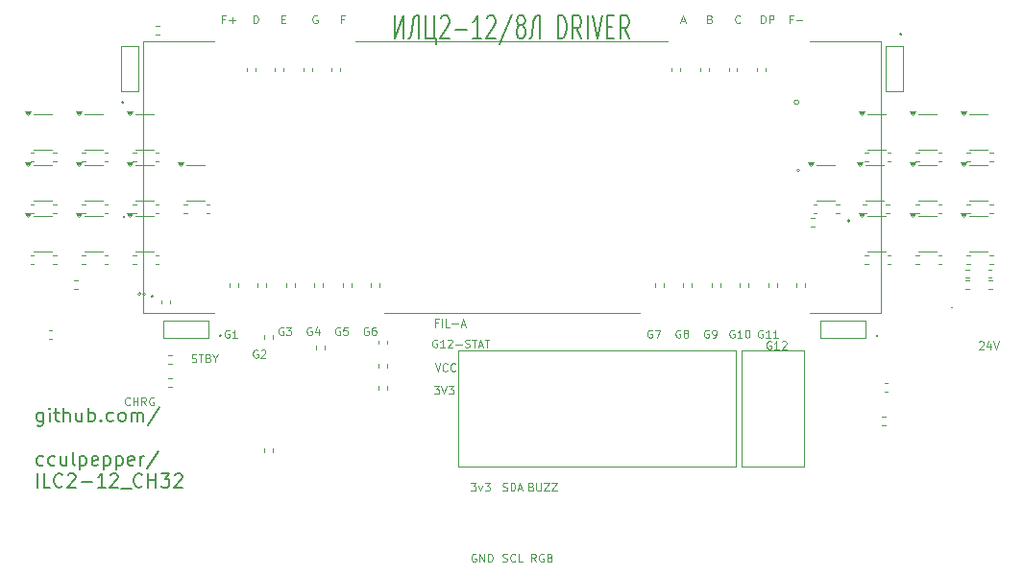
<source format=gbr>
%TF.GenerationSoftware,KiCad,Pcbnew,8.0.6*%
%TF.CreationDate,2024-12-15T00:33:14-05:00*%
%TF.ProjectId,VFDSAO,56464453-414f-42e6-9b69-6361645f7063,rev?*%
%TF.SameCoordinates,Original*%
%TF.FileFunction,Legend,Top*%
%TF.FilePolarity,Positive*%
%FSLAX46Y46*%
G04 Gerber Fmt 4.6, Leading zero omitted, Abs format (unit mm)*
G04 Created by KiCad (PCBNEW 8.0.6) date 2024-12-15 00:33:14*
%MOMM*%
%LPD*%
G01*
G04 APERTURE LIST*
%ADD10C,0.100000*%
%ADD11C,0.150000*%
%ADD12C,0.120000*%
G04 APERTURE END LIST*
D10*
X67341421Y-85300000D02*
G75*
G02*
X67058579Y-85300000I-141421J0D01*
G01*
X67058579Y-85300000D02*
G75*
G02*
X67341421Y-85300000I141421J0D01*
G01*
X67741421Y-85300000D02*
G75*
G02*
X67458579Y-85300000I-141421J0D01*
G01*
X67458579Y-85300000D02*
G75*
G02*
X67741421Y-85300000I141421J0D01*
G01*
X68400000Y-85500000D02*
G75*
G02*
X68200000Y-85500000I-100000J0D01*
G01*
X68200000Y-85500000D02*
G75*
G02*
X68400000Y-85500000I100000J0D01*
G01*
X65900000Y-78500000D02*
G75*
G02*
X65700000Y-78500000I-100000J0D01*
G01*
X65700000Y-78500000D02*
G75*
G02*
X65900000Y-78500000I100000J0D01*
G01*
X125300000Y-68400000D02*
G75*
G02*
X124900000Y-68400000I-200000J0D01*
G01*
X124900000Y-68400000D02*
G75*
G02*
X125300000Y-68400000I200000J0D01*
G01*
X125408114Y-74400000D02*
G75*
G02*
X125091886Y-74400000I-158114J0D01*
G01*
X125091886Y-74400000D02*
G75*
G02*
X125408114Y-74400000I158114J0D01*
G01*
X129841421Y-78850000D02*
G75*
G02*
X129558579Y-78850000I-141421J0D01*
G01*
X129558579Y-78850000D02*
G75*
G02*
X129841421Y-78850000I141421J0D01*
G01*
X138870711Y-86500000D02*
G75*
G02*
X138729289Y-86500000I-70711J0D01*
G01*
X138729289Y-86500000D02*
G75*
G02*
X138870711Y-86500000I70711J0D01*
G01*
X95250000Y-90250000D02*
X119750000Y-90250000D01*
X119750000Y-100500000D01*
X95250000Y-100500000D01*
X95250000Y-90250000D01*
X120250000Y-90250000D02*
X125750000Y-90250000D01*
X125750000Y-100500000D01*
X120250000Y-100500000D01*
X120250000Y-90250000D01*
X85215789Y-61042466D02*
X84982455Y-61042466D01*
X84982455Y-61409133D02*
X84982455Y-60709133D01*
X84982455Y-60709133D02*
X85315789Y-60709133D01*
X93232455Y-91409133D02*
X93465789Y-92109133D01*
X93465789Y-92109133D02*
X93699122Y-91409133D01*
X94332455Y-92042466D02*
X94299122Y-92075800D01*
X94299122Y-92075800D02*
X94199122Y-92109133D01*
X94199122Y-92109133D02*
X94132455Y-92109133D01*
X94132455Y-92109133D02*
X94032455Y-92075800D01*
X94032455Y-92075800D02*
X93965789Y-92009133D01*
X93965789Y-92009133D02*
X93932455Y-91942466D01*
X93932455Y-91942466D02*
X93899122Y-91809133D01*
X93899122Y-91809133D02*
X93899122Y-91709133D01*
X93899122Y-91709133D02*
X93932455Y-91575800D01*
X93932455Y-91575800D02*
X93965789Y-91509133D01*
X93965789Y-91509133D02*
X94032455Y-91442466D01*
X94032455Y-91442466D02*
X94132455Y-91409133D01*
X94132455Y-91409133D02*
X94199122Y-91409133D01*
X94199122Y-91409133D02*
X94299122Y-91442466D01*
X94299122Y-91442466D02*
X94332455Y-91475800D01*
X95032455Y-92042466D02*
X94999122Y-92075800D01*
X94999122Y-92075800D02*
X94899122Y-92109133D01*
X94899122Y-92109133D02*
X94832455Y-92109133D01*
X94832455Y-92109133D02*
X94732455Y-92075800D01*
X94732455Y-92075800D02*
X94665789Y-92009133D01*
X94665789Y-92009133D02*
X94632455Y-91942466D01*
X94632455Y-91942466D02*
X94599122Y-91809133D01*
X94599122Y-91809133D02*
X94599122Y-91709133D01*
X94599122Y-91709133D02*
X94632455Y-91575800D01*
X94632455Y-91575800D02*
X94665789Y-91509133D01*
X94665789Y-91509133D02*
X94732455Y-91442466D01*
X94732455Y-91442466D02*
X94832455Y-91409133D01*
X94832455Y-91409133D02*
X94899122Y-91409133D01*
X94899122Y-91409133D02*
X94999122Y-91442466D01*
X94999122Y-91442466D02*
X95032455Y-91475800D01*
X82349122Y-88242466D02*
X82282455Y-88209133D01*
X82282455Y-88209133D02*
X82182455Y-88209133D01*
X82182455Y-88209133D02*
X82082455Y-88242466D01*
X82082455Y-88242466D02*
X82015789Y-88309133D01*
X82015789Y-88309133D02*
X81982455Y-88375800D01*
X81982455Y-88375800D02*
X81949122Y-88509133D01*
X81949122Y-88509133D02*
X81949122Y-88609133D01*
X81949122Y-88609133D02*
X81982455Y-88742466D01*
X81982455Y-88742466D02*
X82015789Y-88809133D01*
X82015789Y-88809133D02*
X82082455Y-88875800D01*
X82082455Y-88875800D02*
X82182455Y-88909133D01*
X82182455Y-88909133D02*
X82249122Y-88909133D01*
X82249122Y-88909133D02*
X82349122Y-88875800D01*
X82349122Y-88875800D02*
X82382455Y-88842466D01*
X82382455Y-88842466D02*
X82382455Y-88609133D01*
X82382455Y-88609133D02*
X82249122Y-88609133D01*
X82982455Y-88442466D02*
X82982455Y-88909133D01*
X82815789Y-88175800D02*
X82649122Y-88675800D01*
X82649122Y-88675800D02*
X83082455Y-88675800D01*
X75099122Y-88492466D02*
X75032455Y-88459133D01*
X75032455Y-88459133D02*
X74932455Y-88459133D01*
X74932455Y-88459133D02*
X74832455Y-88492466D01*
X74832455Y-88492466D02*
X74765789Y-88559133D01*
X74765789Y-88559133D02*
X74732455Y-88625800D01*
X74732455Y-88625800D02*
X74699122Y-88759133D01*
X74699122Y-88759133D02*
X74699122Y-88859133D01*
X74699122Y-88859133D02*
X74732455Y-88992466D01*
X74732455Y-88992466D02*
X74765789Y-89059133D01*
X74765789Y-89059133D02*
X74832455Y-89125800D01*
X74832455Y-89125800D02*
X74932455Y-89159133D01*
X74932455Y-89159133D02*
X74999122Y-89159133D01*
X74999122Y-89159133D02*
X75099122Y-89125800D01*
X75099122Y-89125800D02*
X75132455Y-89092466D01*
X75132455Y-89092466D02*
X75132455Y-88859133D01*
X75132455Y-88859133D02*
X74999122Y-88859133D01*
X75799122Y-89159133D02*
X75399122Y-89159133D01*
X75599122Y-89159133D02*
X75599122Y-88459133D01*
X75599122Y-88459133D02*
X75532455Y-88559133D01*
X75532455Y-88559133D02*
X75465789Y-88625800D01*
X75465789Y-88625800D02*
X75399122Y-88659133D01*
X79732455Y-61042466D02*
X79965789Y-61042466D01*
X80065789Y-61409133D02*
X79732455Y-61409133D01*
X79732455Y-61409133D02*
X79732455Y-60709133D01*
X79732455Y-60709133D02*
X80065789Y-60709133D01*
X122099122Y-88492466D02*
X122032455Y-88459133D01*
X122032455Y-88459133D02*
X121932455Y-88459133D01*
X121932455Y-88459133D02*
X121832455Y-88492466D01*
X121832455Y-88492466D02*
X121765789Y-88559133D01*
X121765789Y-88559133D02*
X121732455Y-88625800D01*
X121732455Y-88625800D02*
X121699122Y-88759133D01*
X121699122Y-88759133D02*
X121699122Y-88859133D01*
X121699122Y-88859133D02*
X121732455Y-88992466D01*
X121732455Y-88992466D02*
X121765789Y-89059133D01*
X121765789Y-89059133D02*
X121832455Y-89125800D01*
X121832455Y-89125800D02*
X121932455Y-89159133D01*
X121932455Y-89159133D02*
X121999122Y-89159133D01*
X121999122Y-89159133D02*
X122099122Y-89125800D01*
X122099122Y-89125800D02*
X122132455Y-89092466D01*
X122132455Y-89092466D02*
X122132455Y-88859133D01*
X122132455Y-88859133D02*
X121999122Y-88859133D01*
X122799122Y-89159133D02*
X122399122Y-89159133D01*
X122599122Y-89159133D02*
X122599122Y-88459133D01*
X122599122Y-88459133D02*
X122532455Y-88559133D01*
X122532455Y-88559133D02*
X122465789Y-88625800D01*
X122465789Y-88625800D02*
X122399122Y-88659133D01*
X123465789Y-89159133D02*
X123065789Y-89159133D01*
X123265789Y-89159133D02*
X123265789Y-88459133D01*
X123265789Y-88459133D02*
X123199122Y-88559133D01*
X123199122Y-88559133D02*
X123132456Y-88625800D01*
X123132456Y-88625800D02*
X123065789Y-88659133D01*
X79849122Y-88242466D02*
X79782455Y-88209133D01*
X79782455Y-88209133D02*
X79682455Y-88209133D01*
X79682455Y-88209133D02*
X79582455Y-88242466D01*
X79582455Y-88242466D02*
X79515789Y-88309133D01*
X79515789Y-88309133D02*
X79482455Y-88375800D01*
X79482455Y-88375800D02*
X79449122Y-88509133D01*
X79449122Y-88509133D02*
X79449122Y-88609133D01*
X79449122Y-88609133D02*
X79482455Y-88742466D01*
X79482455Y-88742466D02*
X79515789Y-88809133D01*
X79515789Y-88809133D02*
X79582455Y-88875800D01*
X79582455Y-88875800D02*
X79682455Y-88909133D01*
X79682455Y-88909133D02*
X79749122Y-88909133D01*
X79749122Y-88909133D02*
X79849122Y-88875800D01*
X79849122Y-88875800D02*
X79882455Y-88842466D01*
X79882455Y-88842466D02*
X79882455Y-88609133D01*
X79882455Y-88609133D02*
X79749122Y-88609133D01*
X80115789Y-88209133D02*
X80549122Y-88209133D01*
X80549122Y-88209133D02*
X80315789Y-88475800D01*
X80315789Y-88475800D02*
X80415789Y-88475800D01*
X80415789Y-88475800D02*
X80482455Y-88509133D01*
X80482455Y-88509133D02*
X80515789Y-88542466D01*
X80515789Y-88542466D02*
X80549122Y-88609133D01*
X80549122Y-88609133D02*
X80549122Y-88775800D01*
X80549122Y-88775800D02*
X80515789Y-88842466D01*
X80515789Y-88842466D02*
X80482455Y-88875800D01*
X80482455Y-88875800D02*
X80415789Y-88909133D01*
X80415789Y-88909133D02*
X80215789Y-88909133D01*
X80215789Y-88909133D02*
X80149122Y-88875800D01*
X80149122Y-88875800D02*
X80115789Y-88842466D01*
X71799122Y-91275800D02*
X71899122Y-91309133D01*
X71899122Y-91309133D02*
X72065789Y-91309133D01*
X72065789Y-91309133D02*
X72132455Y-91275800D01*
X72132455Y-91275800D02*
X72165789Y-91242466D01*
X72165789Y-91242466D02*
X72199122Y-91175800D01*
X72199122Y-91175800D02*
X72199122Y-91109133D01*
X72199122Y-91109133D02*
X72165789Y-91042466D01*
X72165789Y-91042466D02*
X72132455Y-91009133D01*
X72132455Y-91009133D02*
X72065789Y-90975800D01*
X72065789Y-90975800D02*
X71932455Y-90942466D01*
X71932455Y-90942466D02*
X71865789Y-90909133D01*
X71865789Y-90909133D02*
X71832455Y-90875800D01*
X71832455Y-90875800D02*
X71799122Y-90809133D01*
X71799122Y-90809133D02*
X71799122Y-90742466D01*
X71799122Y-90742466D02*
X71832455Y-90675800D01*
X71832455Y-90675800D02*
X71865789Y-90642466D01*
X71865789Y-90642466D02*
X71932455Y-90609133D01*
X71932455Y-90609133D02*
X72099122Y-90609133D01*
X72099122Y-90609133D02*
X72199122Y-90642466D01*
X72399122Y-90609133D02*
X72799122Y-90609133D01*
X72599122Y-91309133D02*
X72599122Y-90609133D01*
X73265789Y-90942466D02*
X73365789Y-90975800D01*
X73365789Y-90975800D02*
X73399122Y-91009133D01*
X73399122Y-91009133D02*
X73432455Y-91075800D01*
X73432455Y-91075800D02*
X73432455Y-91175800D01*
X73432455Y-91175800D02*
X73399122Y-91242466D01*
X73399122Y-91242466D02*
X73365789Y-91275800D01*
X73365789Y-91275800D02*
X73299122Y-91309133D01*
X73299122Y-91309133D02*
X73032455Y-91309133D01*
X73032455Y-91309133D02*
X73032455Y-90609133D01*
X73032455Y-90609133D02*
X73265789Y-90609133D01*
X73265789Y-90609133D02*
X73332455Y-90642466D01*
X73332455Y-90642466D02*
X73365789Y-90675800D01*
X73365789Y-90675800D02*
X73399122Y-90742466D01*
X73399122Y-90742466D02*
X73399122Y-90809133D01*
X73399122Y-90809133D02*
X73365789Y-90875800D01*
X73365789Y-90875800D02*
X73332455Y-90909133D01*
X73332455Y-90909133D02*
X73265789Y-90942466D01*
X73265789Y-90942466D02*
X73032455Y-90942466D01*
X73865789Y-90975800D02*
X73865789Y-91309133D01*
X73632455Y-90609133D02*
X73865789Y-90975800D01*
X73865789Y-90975800D02*
X74099122Y-90609133D01*
X117349122Y-88492466D02*
X117282455Y-88459133D01*
X117282455Y-88459133D02*
X117182455Y-88459133D01*
X117182455Y-88459133D02*
X117082455Y-88492466D01*
X117082455Y-88492466D02*
X117015789Y-88559133D01*
X117015789Y-88559133D02*
X116982455Y-88625800D01*
X116982455Y-88625800D02*
X116949122Y-88759133D01*
X116949122Y-88759133D02*
X116949122Y-88859133D01*
X116949122Y-88859133D02*
X116982455Y-88992466D01*
X116982455Y-88992466D02*
X117015789Y-89059133D01*
X117015789Y-89059133D02*
X117082455Y-89125800D01*
X117082455Y-89125800D02*
X117182455Y-89159133D01*
X117182455Y-89159133D02*
X117249122Y-89159133D01*
X117249122Y-89159133D02*
X117349122Y-89125800D01*
X117349122Y-89125800D02*
X117382455Y-89092466D01*
X117382455Y-89092466D02*
X117382455Y-88859133D01*
X117382455Y-88859133D02*
X117249122Y-88859133D01*
X117715789Y-89159133D02*
X117849122Y-89159133D01*
X117849122Y-89159133D02*
X117915789Y-89125800D01*
X117915789Y-89125800D02*
X117949122Y-89092466D01*
X117949122Y-89092466D02*
X118015789Y-88992466D01*
X118015789Y-88992466D02*
X118049122Y-88859133D01*
X118049122Y-88859133D02*
X118049122Y-88592466D01*
X118049122Y-88592466D02*
X118015789Y-88525800D01*
X118015789Y-88525800D02*
X117982455Y-88492466D01*
X117982455Y-88492466D02*
X117915789Y-88459133D01*
X117915789Y-88459133D02*
X117782455Y-88459133D01*
X117782455Y-88459133D02*
X117715789Y-88492466D01*
X117715789Y-88492466D02*
X117682455Y-88525800D01*
X117682455Y-88525800D02*
X117649122Y-88592466D01*
X117649122Y-88592466D02*
X117649122Y-88759133D01*
X117649122Y-88759133D02*
X117682455Y-88825800D01*
X117682455Y-88825800D02*
X117715789Y-88859133D01*
X117715789Y-88859133D02*
X117782455Y-88892466D01*
X117782455Y-88892466D02*
X117915789Y-88892466D01*
X117915789Y-88892466D02*
X117982455Y-88859133D01*
X117982455Y-88859133D02*
X118015789Y-88825800D01*
X118015789Y-88825800D02*
X118049122Y-88759133D01*
X84849122Y-88242466D02*
X84782455Y-88209133D01*
X84782455Y-88209133D02*
X84682455Y-88209133D01*
X84682455Y-88209133D02*
X84582455Y-88242466D01*
X84582455Y-88242466D02*
X84515789Y-88309133D01*
X84515789Y-88309133D02*
X84482455Y-88375800D01*
X84482455Y-88375800D02*
X84449122Y-88509133D01*
X84449122Y-88509133D02*
X84449122Y-88609133D01*
X84449122Y-88609133D02*
X84482455Y-88742466D01*
X84482455Y-88742466D02*
X84515789Y-88809133D01*
X84515789Y-88809133D02*
X84582455Y-88875800D01*
X84582455Y-88875800D02*
X84682455Y-88909133D01*
X84682455Y-88909133D02*
X84749122Y-88909133D01*
X84749122Y-88909133D02*
X84849122Y-88875800D01*
X84849122Y-88875800D02*
X84882455Y-88842466D01*
X84882455Y-88842466D02*
X84882455Y-88609133D01*
X84882455Y-88609133D02*
X84749122Y-88609133D01*
X85515789Y-88209133D02*
X85182455Y-88209133D01*
X85182455Y-88209133D02*
X85149122Y-88542466D01*
X85149122Y-88542466D02*
X85182455Y-88509133D01*
X85182455Y-88509133D02*
X85249122Y-88475800D01*
X85249122Y-88475800D02*
X85415789Y-88475800D01*
X85415789Y-88475800D02*
X85482455Y-88509133D01*
X85482455Y-88509133D02*
X85515789Y-88542466D01*
X85515789Y-88542466D02*
X85549122Y-88609133D01*
X85549122Y-88609133D02*
X85549122Y-88775800D01*
X85549122Y-88775800D02*
X85515789Y-88842466D01*
X85515789Y-88842466D02*
X85482455Y-88875800D01*
X85482455Y-88875800D02*
X85415789Y-88909133D01*
X85415789Y-88909133D02*
X85249122Y-88909133D01*
X85249122Y-88909133D02*
X85182455Y-88875800D01*
X85182455Y-88875800D02*
X85149122Y-88842466D01*
X141199122Y-89525800D02*
X141232455Y-89492466D01*
X141232455Y-89492466D02*
X141299122Y-89459133D01*
X141299122Y-89459133D02*
X141465789Y-89459133D01*
X141465789Y-89459133D02*
X141532455Y-89492466D01*
X141532455Y-89492466D02*
X141565789Y-89525800D01*
X141565789Y-89525800D02*
X141599122Y-89592466D01*
X141599122Y-89592466D02*
X141599122Y-89659133D01*
X141599122Y-89659133D02*
X141565789Y-89759133D01*
X141565789Y-89759133D02*
X141165789Y-90159133D01*
X141165789Y-90159133D02*
X141599122Y-90159133D01*
X142199122Y-89692466D02*
X142199122Y-90159133D01*
X142032456Y-89425800D02*
X141865789Y-89925800D01*
X141865789Y-89925800D02*
X142299122Y-89925800D01*
X142465789Y-89459133D02*
X142699123Y-90159133D01*
X142699123Y-90159133D02*
X142932456Y-89459133D01*
X96849122Y-108242466D02*
X96782455Y-108209133D01*
X96782455Y-108209133D02*
X96682455Y-108209133D01*
X96682455Y-108209133D02*
X96582455Y-108242466D01*
X96582455Y-108242466D02*
X96515789Y-108309133D01*
X96515789Y-108309133D02*
X96482455Y-108375800D01*
X96482455Y-108375800D02*
X96449122Y-108509133D01*
X96449122Y-108509133D02*
X96449122Y-108609133D01*
X96449122Y-108609133D02*
X96482455Y-108742466D01*
X96482455Y-108742466D02*
X96515789Y-108809133D01*
X96515789Y-108809133D02*
X96582455Y-108875800D01*
X96582455Y-108875800D02*
X96682455Y-108909133D01*
X96682455Y-108909133D02*
X96749122Y-108909133D01*
X96749122Y-108909133D02*
X96849122Y-108875800D01*
X96849122Y-108875800D02*
X96882455Y-108842466D01*
X96882455Y-108842466D02*
X96882455Y-108609133D01*
X96882455Y-108609133D02*
X96749122Y-108609133D01*
X97182455Y-108909133D02*
X97182455Y-108209133D01*
X97182455Y-108209133D02*
X97582455Y-108909133D01*
X97582455Y-108909133D02*
X97582455Y-108209133D01*
X97915788Y-108909133D02*
X97915788Y-108209133D01*
X97915788Y-108209133D02*
X98082455Y-108209133D01*
X98082455Y-108209133D02*
X98182455Y-108242466D01*
X98182455Y-108242466D02*
X98249122Y-108309133D01*
X98249122Y-108309133D02*
X98282455Y-108375800D01*
X98282455Y-108375800D02*
X98315788Y-108509133D01*
X98315788Y-108509133D02*
X98315788Y-108609133D01*
X98315788Y-108609133D02*
X98282455Y-108742466D01*
X98282455Y-108742466D02*
X98249122Y-108809133D01*
X98249122Y-108809133D02*
X98182455Y-108875800D01*
X98182455Y-108875800D02*
X98082455Y-108909133D01*
X98082455Y-108909133D02*
X97915788Y-108909133D01*
X77599122Y-90242466D02*
X77532455Y-90209133D01*
X77532455Y-90209133D02*
X77432455Y-90209133D01*
X77432455Y-90209133D02*
X77332455Y-90242466D01*
X77332455Y-90242466D02*
X77265789Y-90309133D01*
X77265789Y-90309133D02*
X77232455Y-90375800D01*
X77232455Y-90375800D02*
X77199122Y-90509133D01*
X77199122Y-90509133D02*
X77199122Y-90609133D01*
X77199122Y-90609133D02*
X77232455Y-90742466D01*
X77232455Y-90742466D02*
X77265789Y-90809133D01*
X77265789Y-90809133D02*
X77332455Y-90875800D01*
X77332455Y-90875800D02*
X77432455Y-90909133D01*
X77432455Y-90909133D02*
X77499122Y-90909133D01*
X77499122Y-90909133D02*
X77599122Y-90875800D01*
X77599122Y-90875800D02*
X77632455Y-90842466D01*
X77632455Y-90842466D02*
X77632455Y-90609133D01*
X77632455Y-90609133D02*
X77499122Y-90609133D01*
X77899122Y-90275800D02*
X77932455Y-90242466D01*
X77932455Y-90242466D02*
X77999122Y-90209133D01*
X77999122Y-90209133D02*
X78165789Y-90209133D01*
X78165789Y-90209133D02*
X78232455Y-90242466D01*
X78232455Y-90242466D02*
X78265789Y-90275800D01*
X78265789Y-90275800D02*
X78299122Y-90342466D01*
X78299122Y-90342466D02*
X78299122Y-90409133D01*
X78299122Y-90409133D02*
X78265789Y-90509133D01*
X78265789Y-90509133D02*
X77865789Y-90909133D01*
X77865789Y-90909133D02*
X78299122Y-90909133D01*
X124715789Y-61042466D02*
X124482455Y-61042466D01*
X124482455Y-61409133D02*
X124482455Y-60709133D01*
X124482455Y-60709133D02*
X124815789Y-60709133D01*
X125082455Y-61142466D02*
X125615789Y-61142466D01*
X93465789Y-87842466D02*
X93232455Y-87842466D01*
X93232455Y-88209133D02*
X93232455Y-87509133D01*
X93232455Y-87509133D02*
X93565789Y-87509133D01*
X93832455Y-88209133D02*
X93832455Y-87509133D01*
X94499122Y-88209133D02*
X94165788Y-88209133D01*
X94165788Y-88209133D02*
X94165788Y-87509133D01*
X94732455Y-87942466D02*
X95265789Y-87942466D01*
X95565789Y-88009133D02*
X95899122Y-88009133D01*
X95499122Y-88209133D02*
X95732456Y-87509133D01*
X95732456Y-87509133D02*
X95965789Y-88209133D01*
X120132455Y-61342466D02*
X120099122Y-61375800D01*
X120099122Y-61375800D02*
X119999122Y-61409133D01*
X119999122Y-61409133D02*
X119932455Y-61409133D01*
X119932455Y-61409133D02*
X119832455Y-61375800D01*
X119832455Y-61375800D02*
X119765789Y-61309133D01*
X119765789Y-61309133D02*
X119732455Y-61242466D01*
X119732455Y-61242466D02*
X119699122Y-61109133D01*
X119699122Y-61109133D02*
X119699122Y-61009133D01*
X119699122Y-61009133D02*
X119732455Y-60875800D01*
X119732455Y-60875800D02*
X119765789Y-60809133D01*
X119765789Y-60809133D02*
X119832455Y-60742466D01*
X119832455Y-60742466D02*
X119932455Y-60709133D01*
X119932455Y-60709133D02*
X119999122Y-60709133D01*
X119999122Y-60709133D02*
X120099122Y-60742466D01*
X120099122Y-60742466D02*
X120132455Y-60775800D01*
X99199122Y-102625800D02*
X99299122Y-102659133D01*
X99299122Y-102659133D02*
X99465789Y-102659133D01*
X99465789Y-102659133D02*
X99532455Y-102625800D01*
X99532455Y-102625800D02*
X99565789Y-102592466D01*
X99565789Y-102592466D02*
X99599122Y-102525800D01*
X99599122Y-102525800D02*
X99599122Y-102459133D01*
X99599122Y-102459133D02*
X99565789Y-102392466D01*
X99565789Y-102392466D02*
X99532455Y-102359133D01*
X99532455Y-102359133D02*
X99465789Y-102325800D01*
X99465789Y-102325800D02*
X99332455Y-102292466D01*
X99332455Y-102292466D02*
X99265789Y-102259133D01*
X99265789Y-102259133D02*
X99232455Y-102225800D01*
X99232455Y-102225800D02*
X99199122Y-102159133D01*
X99199122Y-102159133D02*
X99199122Y-102092466D01*
X99199122Y-102092466D02*
X99232455Y-102025800D01*
X99232455Y-102025800D02*
X99265789Y-101992466D01*
X99265789Y-101992466D02*
X99332455Y-101959133D01*
X99332455Y-101959133D02*
X99499122Y-101959133D01*
X99499122Y-101959133D02*
X99599122Y-101992466D01*
X99899122Y-102659133D02*
X99899122Y-101959133D01*
X99899122Y-101959133D02*
X100065789Y-101959133D01*
X100065789Y-101959133D02*
X100165789Y-101992466D01*
X100165789Y-101992466D02*
X100232456Y-102059133D01*
X100232456Y-102059133D02*
X100265789Y-102125800D01*
X100265789Y-102125800D02*
X100299122Y-102259133D01*
X100299122Y-102259133D02*
X100299122Y-102359133D01*
X100299122Y-102359133D02*
X100265789Y-102492466D01*
X100265789Y-102492466D02*
X100232456Y-102559133D01*
X100232456Y-102559133D02*
X100165789Y-102625800D01*
X100165789Y-102625800D02*
X100065789Y-102659133D01*
X100065789Y-102659133D02*
X99899122Y-102659133D01*
X100565789Y-102459133D02*
X100899122Y-102459133D01*
X100499122Y-102659133D02*
X100732456Y-101959133D01*
X100732456Y-101959133D02*
X100965789Y-102659133D01*
X96415789Y-101959133D02*
X96849122Y-101959133D01*
X96849122Y-101959133D02*
X96615789Y-102225800D01*
X96615789Y-102225800D02*
X96715789Y-102225800D01*
X96715789Y-102225800D02*
X96782455Y-102259133D01*
X96782455Y-102259133D02*
X96815789Y-102292466D01*
X96815789Y-102292466D02*
X96849122Y-102359133D01*
X96849122Y-102359133D02*
X96849122Y-102525800D01*
X96849122Y-102525800D02*
X96815789Y-102592466D01*
X96815789Y-102592466D02*
X96782455Y-102625800D01*
X96782455Y-102625800D02*
X96715789Y-102659133D01*
X96715789Y-102659133D02*
X96515789Y-102659133D01*
X96515789Y-102659133D02*
X96449122Y-102625800D01*
X96449122Y-102625800D02*
X96415789Y-102592466D01*
X97082456Y-102192466D02*
X97249122Y-102659133D01*
X97249122Y-102659133D02*
X97415789Y-102192466D01*
X97615789Y-101959133D02*
X98049122Y-101959133D01*
X98049122Y-101959133D02*
X97815789Y-102225800D01*
X97815789Y-102225800D02*
X97915789Y-102225800D01*
X97915789Y-102225800D02*
X97982455Y-102259133D01*
X97982455Y-102259133D02*
X98015789Y-102292466D01*
X98015789Y-102292466D02*
X98049122Y-102359133D01*
X98049122Y-102359133D02*
X98049122Y-102525800D01*
X98049122Y-102525800D02*
X98015789Y-102592466D01*
X98015789Y-102592466D02*
X97982455Y-102625800D01*
X97982455Y-102625800D02*
X97915789Y-102659133D01*
X97915789Y-102659133D02*
X97715789Y-102659133D01*
X97715789Y-102659133D02*
X97649122Y-102625800D01*
X97649122Y-102625800D02*
X97615789Y-102592466D01*
X114949122Y-61209133D02*
X115282455Y-61209133D01*
X114882455Y-61409133D02*
X115115789Y-60709133D01*
X115115789Y-60709133D02*
X115349122Y-61409133D01*
X82849122Y-60742466D02*
X82782455Y-60709133D01*
X82782455Y-60709133D02*
X82682455Y-60709133D01*
X82682455Y-60709133D02*
X82582455Y-60742466D01*
X82582455Y-60742466D02*
X82515789Y-60809133D01*
X82515789Y-60809133D02*
X82482455Y-60875800D01*
X82482455Y-60875800D02*
X82449122Y-61009133D01*
X82449122Y-61009133D02*
X82449122Y-61109133D01*
X82449122Y-61109133D02*
X82482455Y-61242466D01*
X82482455Y-61242466D02*
X82515789Y-61309133D01*
X82515789Y-61309133D02*
X82582455Y-61375800D01*
X82582455Y-61375800D02*
X82682455Y-61409133D01*
X82682455Y-61409133D02*
X82749122Y-61409133D01*
X82749122Y-61409133D02*
X82849122Y-61375800D01*
X82849122Y-61375800D02*
X82882455Y-61342466D01*
X82882455Y-61342466D02*
X82882455Y-61109133D01*
X82882455Y-61109133D02*
X82749122Y-61109133D01*
X101715789Y-102292466D02*
X101815789Y-102325800D01*
X101815789Y-102325800D02*
X101849122Y-102359133D01*
X101849122Y-102359133D02*
X101882455Y-102425800D01*
X101882455Y-102425800D02*
X101882455Y-102525800D01*
X101882455Y-102525800D02*
X101849122Y-102592466D01*
X101849122Y-102592466D02*
X101815789Y-102625800D01*
X101815789Y-102625800D02*
X101749122Y-102659133D01*
X101749122Y-102659133D02*
X101482455Y-102659133D01*
X101482455Y-102659133D02*
X101482455Y-101959133D01*
X101482455Y-101959133D02*
X101715789Y-101959133D01*
X101715789Y-101959133D02*
X101782455Y-101992466D01*
X101782455Y-101992466D02*
X101815789Y-102025800D01*
X101815789Y-102025800D02*
X101849122Y-102092466D01*
X101849122Y-102092466D02*
X101849122Y-102159133D01*
X101849122Y-102159133D02*
X101815789Y-102225800D01*
X101815789Y-102225800D02*
X101782455Y-102259133D01*
X101782455Y-102259133D02*
X101715789Y-102292466D01*
X101715789Y-102292466D02*
X101482455Y-102292466D01*
X102182455Y-101959133D02*
X102182455Y-102525800D01*
X102182455Y-102525800D02*
X102215789Y-102592466D01*
X102215789Y-102592466D02*
X102249122Y-102625800D01*
X102249122Y-102625800D02*
X102315789Y-102659133D01*
X102315789Y-102659133D02*
X102449122Y-102659133D01*
X102449122Y-102659133D02*
X102515789Y-102625800D01*
X102515789Y-102625800D02*
X102549122Y-102592466D01*
X102549122Y-102592466D02*
X102582455Y-102525800D01*
X102582455Y-102525800D02*
X102582455Y-101959133D01*
X102849122Y-101959133D02*
X103315788Y-101959133D01*
X103315788Y-101959133D02*
X102849122Y-102659133D01*
X102849122Y-102659133D02*
X103315788Y-102659133D01*
X103515789Y-101959133D02*
X103982455Y-101959133D01*
X103982455Y-101959133D02*
X103515789Y-102659133D01*
X103515789Y-102659133D02*
X103982455Y-102659133D01*
X117465789Y-61042466D02*
X117565789Y-61075800D01*
X117565789Y-61075800D02*
X117599122Y-61109133D01*
X117599122Y-61109133D02*
X117632455Y-61175800D01*
X117632455Y-61175800D02*
X117632455Y-61275800D01*
X117632455Y-61275800D02*
X117599122Y-61342466D01*
X117599122Y-61342466D02*
X117565789Y-61375800D01*
X117565789Y-61375800D02*
X117499122Y-61409133D01*
X117499122Y-61409133D02*
X117232455Y-61409133D01*
X117232455Y-61409133D02*
X117232455Y-60709133D01*
X117232455Y-60709133D02*
X117465789Y-60709133D01*
X117465789Y-60709133D02*
X117532455Y-60742466D01*
X117532455Y-60742466D02*
X117565789Y-60775800D01*
X117565789Y-60775800D02*
X117599122Y-60842466D01*
X117599122Y-60842466D02*
X117599122Y-60909133D01*
X117599122Y-60909133D02*
X117565789Y-60975800D01*
X117565789Y-60975800D02*
X117532455Y-61009133D01*
X117532455Y-61009133D02*
X117465789Y-61042466D01*
X117465789Y-61042466D02*
X117232455Y-61042466D01*
X121982455Y-61409133D02*
X121982455Y-60709133D01*
X121982455Y-60709133D02*
X122149122Y-60709133D01*
X122149122Y-60709133D02*
X122249122Y-60742466D01*
X122249122Y-60742466D02*
X122315789Y-60809133D01*
X122315789Y-60809133D02*
X122349122Y-60875800D01*
X122349122Y-60875800D02*
X122382455Y-61009133D01*
X122382455Y-61009133D02*
X122382455Y-61109133D01*
X122382455Y-61109133D02*
X122349122Y-61242466D01*
X122349122Y-61242466D02*
X122315789Y-61309133D01*
X122315789Y-61309133D02*
X122249122Y-61375800D01*
X122249122Y-61375800D02*
X122149122Y-61409133D01*
X122149122Y-61409133D02*
X121982455Y-61409133D01*
X122682455Y-61409133D02*
X122682455Y-60709133D01*
X122682455Y-60709133D02*
X122949122Y-60709133D01*
X122949122Y-60709133D02*
X123015789Y-60742466D01*
X123015789Y-60742466D02*
X123049122Y-60775800D01*
X123049122Y-60775800D02*
X123082455Y-60842466D01*
X123082455Y-60842466D02*
X123082455Y-60942466D01*
X123082455Y-60942466D02*
X123049122Y-61009133D01*
X123049122Y-61009133D02*
X123015789Y-61042466D01*
X123015789Y-61042466D02*
X122949122Y-61075800D01*
X122949122Y-61075800D02*
X122682455Y-61075800D01*
D11*
X89723809Y-60747438D02*
X89723809Y-62747438D01*
X89723809Y-62747438D02*
X90466666Y-60747438D01*
X90466666Y-60747438D02*
X90466666Y-62747438D01*
X91828571Y-62747438D02*
X91828571Y-60747438D01*
X91828571Y-60747438D02*
X91642857Y-60747438D01*
X91642857Y-60747438D02*
X91457143Y-60842676D01*
X91457143Y-60842676D02*
X91333333Y-61033152D01*
X91333333Y-61033152D02*
X91271429Y-61318866D01*
X91271429Y-61318866D02*
X91147619Y-62461723D01*
X91147619Y-62461723D02*
X91085714Y-62652200D01*
X91085714Y-62652200D02*
X90961905Y-62747438D01*
X90961905Y-62747438D02*
X90900000Y-62747438D01*
X93190476Y-60747438D02*
X93190476Y-62747438D01*
X92447619Y-60747438D02*
X92447619Y-62747438D01*
X92447619Y-62747438D02*
X93314286Y-62747438D01*
X93314286Y-62747438D02*
X93314286Y-63223628D01*
X93747620Y-60937914D02*
X93809524Y-60842676D01*
X93809524Y-60842676D02*
X93933334Y-60747438D01*
X93933334Y-60747438D02*
X94242858Y-60747438D01*
X94242858Y-60747438D02*
X94366667Y-60842676D01*
X94366667Y-60842676D02*
X94428572Y-60937914D01*
X94428572Y-60937914D02*
X94490477Y-61128390D01*
X94490477Y-61128390D02*
X94490477Y-61318866D01*
X94490477Y-61318866D02*
X94428572Y-61604580D01*
X94428572Y-61604580D02*
X93685715Y-62747438D01*
X93685715Y-62747438D02*
X94490477Y-62747438D01*
X95047619Y-61985533D02*
X96038096Y-61985533D01*
X97338096Y-62747438D02*
X96595239Y-62747438D01*
X96966667Y-62747438D02*
X96966667Y-60747438D01*
X96966667Y-60747438D02*
X96842858Y-61033152D01*
X96842858Y-61033152D02*
X96719048Y-61223628D01*
X96719048Y-61223628D02*
X96595239Y-61318866D01*
X97833334Y-60937914D02*
X97895238Y-60842676D01*
X97895238Y-60842676D02*
X98019048Y-60747438D01*
X98019048Y-60747438D02*
X98328572Y-60747438D01*
X98328572Y-60747438D02*
X98452381Y-60842676D01*
X98452381Y-60842676D02*
X98514286Y-60937914D01*
X98514286Y-60937914D02*
X98576191Y-61128390D01*
X98576191Y-61128390D02*
X98576191Y-61318866D01*
X98576191Y-61318866D02*
X98514286Y-61604580D01*
X98514286Y-61604580D02*
X97771429Y-62747438D01*
X97771429Y-62747438D02*
X98576191Y-62747438D01*
X100061905Y-60652200D02*
X98947619Y-63223628D01*
X100680953Y-61604580D02*
X100557143Y-61509342D01*
X100557143Y-61509342D02*
X100495238Y-61414104D01*
X100495238Y-61414104D02*
X100433334Y-61223628D01*
X100433334Y-61223628D02*
X100433334Y-61128390D01*
X100433334Y-61128390D02*
X100495238Y-60937914D01*
X100495238Y-60937914D02*
X100557143Y-60842676D01*
X100557143Y-60842676D02*
X100680953Y-60747438D01*
X100680953Y-60747438D02*
X100928572Y-60747438D01*
X100928572Y-60747438D02*
X101052381Y-60842676D01*
X101052381Y-60842676D02*
X101114286Y-60937914D01*
X101114286Y-60937914D02*
X101176191Y-61128390D01*
X101176191Y-61128390D02*
X101176191Y-61223628D01*
X101176191Y-61223628D02*
X101114286Y-61414104D01*
X101114286Y-61414104D02*
X101052381Y-61509342D01*
X101052381Y-61509342D02*
X100928572Y-61604580D01*
X100928572Y-61604580D02*
X100680953Y-61604580D01*
X100680953Y-61604580D02*
X100557143Y-61699819D01*
X100557143Y-61699819D02*
X100495238Y-61795057D01*
X100495238Y-61795057D02*
X100433334Y-61985533D01*
X100433334Y-61985533D02*
X100433334Y-62366485D01*
X100433334Y-62366485D02*
X100495238Y-62556961D01*
X100495238Y-62556961D02*
X100557143Y-62652200D01*
X100557143Y-62652200D02*
X100680953Y-62747438D01*
X100680953Y-62747438D02*
X100928572Y-62747438D01*
X100928572Y-62747438D02*
X101052381Y-62652200D01*
X101052381Y-62652200D02*
X101114286Y-62556961D01*
X101114286Y-62556961D02*
X101176191Y-62366485D01*
X101176191Y-62366485D02*
X101176191Y-61985533D01*
X101176191Y-61985533D02*
X101114286Y-61795057D01*
X101114286Y-61795057D02*
X101052381Y-61699819D01*
X101052381Y-61699819D02*
X100928572Y-61604580D01*
X102476190Y-62747438D02*
X102476190Y-60747438D01*
X102476190Y-60747438D02*
X102290476Y-60747438D01*
X102290476Y-60747438D02*
X102104762Y-60842676D01*
X102104762Y-60842676D02*
X101980952Y-61033152D01*
X101980952Y-61033152D02*
X101919048Y-61318866D01*
X101919048Y-61318866D02*
X101795238Y-62461723D01*
X101795238Y-62461723D02*
X101733333Y-62652200D01*
X101733333Y-62652200D02*
X101609524Y-62747438D01*
X101609524Y-62747438D02*
X101547619Y-62747438D01*
X104085714Y-62747438D02*
X104085714Y-60747438D01*
X104085714Y-60747438D02*
X104395238Y-60747438D01*
X104395238Y-60747438D02*
X104580952Y-60842676D01*
X104580952Y-60842676D02*
X104704762Y-61033152D01*
X104704762Y-61033152D02*
X104766667Y-61223628D01*
X104766667Y-61223628D02*
X104828571Y-61604580D01*
X104828571Y-61604580D02*
X104828571Y-61890295D01*
X104828571Y-61890295D02*
X104766667Y-62271247D01*
X104766667Y-62271247D02*
X104704762Y-62461723D01*
X104704762Y-62461723D02*
X104580952Y-62652200D01*
X104580952Y-62652200D02*
X104395238Y-62747438D01*
X104395238Y-62747438D02*
X104085714Y-62747438D01*
X106128571Y-62747438D02*
X105695238Y-61795057D01*
X105385714Y-62747438D02*
X105385714Y-60747438D01*
X105385714Y-60747438D02*
X105880952Y-60747438D01*
X105880952Y-60747438D02*
X106004762Y-60842676D01*
X106004762Y-60842676D02*
X106066667Y-60937914D01*
X106066667Y-60937914D02*
X106128571Y-61128390D01*
X106128571Y-61128390D02*
X106128571Y-61414104D01*
X106128571Y-61414104D02*
X106066667Y-61604580D01*
X106066667Y-61604580D02*
X106004762Y-61699819D01*
X106004762Y-61699819D02*
X105880952Y-61795057D01*
X105880952Y-61795057D02*
X105385714Y-61795057D01*
X106685714Y-62747438D02*
X106685714Y-60747438D01*
X107119048Y-60747438D02*
X107552381Y-62747438D01*
X107552381Y-62747438D02*
X107985715Y-60747438D01*
X108419048Y-61699819D02*
X108852382Y-61699819D01*
X109038096Y-62747438D02*
X108419048Y-62747438D01*
X108419048Y-62747438D02*
X108419048Y-60747438D01*
X108419048Y-60747438D02*
X109038096Y-60747438D01*
X110338095Y-62747438D02*
X109904762Y-61795057D01*
X109595238Y-62747438D02*
X109595238Y-60747438D01*
X109595238Y-60747438D02*
X110090476Y-60747438D01*
X110090476Y-60747438D02*
X110214286Y-60842676D01*
X110214286Y-60842676D02*
X110276191Y-60937914D01*
X110276191Y-60937914D02*
X110338095Y-61128390D01*
X110338095Y-61128390D02*
X110338095Y-61414104D01*
X110338095Y-61414104D02*
X110276191Y-61604580D01*
X110276191Y-61604580D02*
X110214286Y-61699819D01*
X110214286Y-61699819D02*
X110090476Y-61795057D01*
X110090476Y-61795057D02*
X109595238Y-61795057D01*
X58698684Y-95749543D02*
X58698684Y-96720972D01*
X58698684Y-96720972D02*
X58641541Y-96835258D01*
X58641541Y-96835258D02*
X58584398Y-96892401D01*
X58584398Y-96892401D02*
X58470112Y-96949543D01*
X58470112Y-96949543D02*
X58298684Y-96949543D01*
X58298684Y-96949543D02*
X58184398Y-96892401D01*
X58698684Y-96492401D02*
X58584398Y-96549543D01*
X58584398Y-96549543D02*
X58355826Y-96549543D01*
X58355826Y-96549543D02*
X58241541Y-96492401D01*
X58241541Y-96492401D02*
X58184398Y-96435258D01*
X58184398Y-96435258D02*
X58127255Y-96320972D01*
X58127255Y-96320972D02*
X58127255Y-95978115D01*
X58127255Y-95978115D02*
X58184398Y-95863829D01*
X58184398Y-95863829D02*
X58241541Y-95806686D01*
X58241541Y-95806686D02*
X58355826Y-95749543D01*
X58355826Y-95749543D02*
X58584398Y-95749543D01*
X58584398Y-95749543D02*
X58698684Y-95806686D01*
X59270112Y-96549543D02*
X59270112Y-95749543D01*
X59270112Y-95349543D02*
X59212969Y-95406686D01*
X59212969Y-95406686D02*
X59270112Y-95463829D01*
X59270112Y-95463829D02*
X59327255Y-95406686D01*
X59327255Y-95406686D02*
X59270112Y-95349543D01*
X59270112Y-95349543D02*
X59270112Y-95463829D01*
X59670112Y-95749543D02*
X60127255Y-95749543D01*
X59841541Y-95349543D02*
X59841541Y-96378115D01*
X59841541Y-96378115D02*
X59898684Y-96492401D01*
X59898684Y-96492401D02*
X60012969Y-96549543D01*
X60012969Y-96549543D02*
X60127255Y-96549543D01*
X60527255Y-96549543D02*
X60527255Y-95349543D01*
X61041541Y-96549543D02*
X61041541Y-95920972D01*
X61041541Y-95920972D02*
X60984398Y-95806686D01*
X60984398Y-95806686D02*
X60870112Y-95749543D01*
X60870112Y-95749543D02*
X60698683Y-95749543D01*
X60698683Y-95749543D02*
X60584398Y-95806686D01*
X60584398Y-95806686D02*
X60527255Y-95863829D01*
X62127255Y-95749543D02*
X62127255Y-96549543D01*
X61612969Y-95749543D02*
X61612969Y-96378115D01*
X61612969Y-96378115D02*
X61670112Y-96492401D01*
X61670112Y-96492401D02*
X61784397Y-96549543D01*
X61784397Y-96549543D02*
X61955826Y-96549543D01*
X61955826Y-96549543D02*
X62070112Y-96492401D01*
X62070112Y-96492401D02*
X62127255Y-96435258D01*
X62698683Y-96549543D02*
X62698683Y-95349543D01*
X62698683Y-95806686D02*
X62812969Y-95749543D01*
X62812969Y-95749543D02*
X63041540Y-95749543D01*
X63041540Y-95749543D02*
X63155826Y-95806686D01*
X63155826Y-95806686D02*
X63212969Y-95863829D01*
X63212969Y-95863829D02*
X63270111Y-95978115D01*
X63270111Y-95978115D02*
X63270111Y-96320972D01*
X63270111Y-96320972D02*
X63212969Y-96435258D01*
X63212969Y-96435258D02*
X63155826Y-96492401D01*
X63155826Y-96492401D02*
X63041540Y-96549543D01*
X63041540Y-96549543D02*
X62812969Y-96549543D01*
X62812969Y-96549543D02*
X62698683Y-96492401D01*
X63784397Y-96435258D02*
X63841540Y-96492401D01*
X63841540Y-96492401D02*
X63784397Y-96549543D01*
X63784397Y-96549543D02*
X63727254Y-96492401D01*
X63727254Y-96492401D02*
X63784397Y-96435258D01*
X63784397Y-96435258D02*
X63784397Y-96549543D01*
X64870112Y-96492401D02*
X64755826Y-96549543D01*
X64755826Y-96549543D02*
X64527254Y-96549543D01*
X64527254Y-96549543D02*
X64412969Y-96492401D01*
X64412969Y-96492401D02*
X64355826Y-96435258D01*
X64355826Y-96435258D02*
X64298683Y-96320972D01*
X64298683Y-96320972D02*
X64298683Y-95978115D01*
X64298683Y-95978115D02*
X64355826Y-95863829D01*
X64355826Y-95863829D02*
X64412969Y-95806686D01*
X64412969Y-95806686D02*
X64527254Y-95749543D01*
X64527254Y-95749543D02*
X64755826Y-95749543D01*
X64755826Y-95749543D02*
X64870112Y-95806686D01*
X65555825Y-96549543D02*
X65441540Y-96492401D01*
X65441540Y-96492401D02*
X65384397Y-96435258D01*
X65384397Y-96435258D02*
X65327254Y-96320972D01*
X65327254Y-96320972D02*
X65327254Y-95978115D01*
X65327254Y-95978115D02*
X65384397Y-95863829D01*
X65384397Y-95863829D02*
X65441540Y-95806686D01*
X65441540Y-95806686D02*
X65555825Y-95749543D01*
X65555825Y-95749543D02*
X65727254Y-95749543D01*
X65727254Y-95749543D02*
X65841540Y-95806686D01*
X65841540Y-95806686D02*
X65898683Y-95863829D01*
X65898683Y-95863829D02*
X65955825Y-95978115D01*
X65955825Y-95978115D02*
X65955825Y-96320972D01*
X65955825Y-96320972D02*
X65898683Y-96435258D01*
X65898683Y-96435258D02*
X65841540Y-96492401D01*
X65841540Y-96492401D02*
X65727254Y-96549543D01*
X65727254Y-96549543D02*
X65555825Y-96549543D01*
X66470111Y-96549543D02*
X66470111Y-95749543D01*
X66470111Y-95863829D02*
X66527254Y-95806686D01*
X66527254Y-95806686D02*
X66641539Y-95749543D01*
X66641539Y-95749543D02*
X66812968Y-95749543D01*
X66812968Y-95749543D02*
X66927254Y-95806686D01*
X66927254Y-95806686D02*
X66984397Y-95920972D01*
X66984397Y-95920972D02*
X66984397Y-96549543D01*
X66984397Y-95920972D02*
X67041539Y-95806686D01*
X67041539Y-95806686D02*
X67155825Y-95749543D01*
X67155825Y-95749543D02*
X67327254Y-95749543D01*
X67327254Y-95749543D02*
X67441539Y-95806686D01*
X67441539Y-95806686D02*
X67498682Y-95920972D01*
X67498682Y-95920972D02*
X67498682Y-96549543D01*
X68927254Y-95292401D02*
X67898682Y-96835258D01*
X58698684Y-100356267D02*
X58584398Y-100413409D01*
X58584398Y-100413409D02*
X58355826Y-100413409D01*
X58355826Y-100413409D02*
X58241541Y-100356267D01*
X58241541Y-100356267D02*
X58184398Y-100299124D01*
X58184398Y-100299124D02*
X58127255Y-100184838D01*
X58127255Y-100184838D02*
X58127255Y-99841981D01*
X58127255Y-99841981D02*
X58184398Y-99727695D01*
X58184398Y-99727695D02*
X58241541Y-99670552D01*
X58241541Y-99670552D02*
X58355826Y-99613409D01*
X58355826Y-99613409D02*
X58584398Y-99613409D01*
X58584398Y-99613409D02*
X58698684Y-99670552D01*
X59727255Y-100356267D02*
X59612969Y-100413409D01*
X59612969Y-100413409D02*
X59384397Y-100413409D01*
X59384397Y-100413409D02*
X59270112Y-100356267D01*
X59270112Y-100356267D02*
X59212969Y-100299124D01*
X59212969Y-100299124D02*
X59155826Y-100184838D01*
X59155826Y-100184838D02*
X59155826Y-99841981D01*
X59155826Y-99841981D02*
X59212969Y-99727695D01*
X59212969Y-99727695D02*
X59270112Y-99670552D01*
X59270112Y-99670552D02*
X59384397Y-99613409D01*
X59384397Y-99613409D02*
X59612969Y-99613409D01*
X59612969Y-99613409D02*
X59727255Y-99670552D01*
X60755826Y-99613409D02*
X60755826Y-100413409D01*
X60241540Y-99613409D02*
X60241540Y-100241981D01*
X60241540Y-100241981D02*
X60298683Y-100356267D01*
X60298683Y-100356267D02*
X60412968Y-100413409D01*
X60412968Y-100413409D02*
X60584397Y-100413409D01*
X60584397Y-100413409D02*
X60698683Y-100356267D01*
X60698683Y-100356267D02*
X60755826Y-100299124D01*
X61498682Y-100413409D02*
X61384397Y-100356267D01*
X61384397Y-100356267D02*
X61327254Y-100241981D01*
X61327254Y-100241981D02*
X61327254Y-99213409D01*
X61955825Y-99613409D02*
X61955825Y-100813409D01*
X61955825Y-99670552D02*
X62070111Y-99613409D01*
X62070111Y-99613409D02*
X62298682Y-99613409D01*
X62298682Y-99613409D02*
X62412968Y-99670552D01*
X62412968Y-99670552D02*
X62470111Y-99727695D01*
X62470111Y-99727695D02*
X62527253Y-99841981D01*
X62527253Y-99841981D02*
X62527253Y-100184838D01*
X62527253Y-100184838D02*
X62470111Y-100299124D01*
X62470111Y-100299124D02*
X62412968Y-100356267D01*
X62412968Y-100356267D02*
X62298682Y-100413409D01*
X62298682Y-100413409D02*
X62070111Y-100413409D01*
X62070111Y-100413409D02*
X61955825Y-100356267D01*
X63498682Y-100356267D02*
X63384396Y-100413409D01*
X63384396Y-100413409D02*
X63155825Y-100413409D01*
X63155825Y-100413409D02*
X63041539Y-100356267D01*
X63041539Y-100356267D02*
X62984396Y-100241981D01*
X62984396Y-100241981D02*
X62984396Y-99784838D01*
X62984396Y-99784838D02*
X63041539Y-99670552D01*
X63041539Y-99670552D02*
X63155825Y-99613409D01*
X63155825Y-99613409D02*
X63384396Y-99613409D01*
X63384396Y-99613409D02*
X63498682Y-99670552D01*
X63498682Y-99670552D02*
X63555825Y-99784838D01*
X63555825Y-99784838D02*
X63555825Y-99899124D01*
X63555825Y-99899124D02*
X62984396Y-100013409D01*
X64070110Y-99613409D02*
X64070110Y-100813409D01*
X64070110Y-99670552D02*
X64184396Y-99613409D01*
X64184396Y-99613409D02*
X64412967Y-99613409D01*
X64412967Y-99613409D02*
X64527253Y-99670552D01*
X64527253Y-99670552D02*
X64584396Y-99727695D01*
X64584396Y-99727695D02*
X64641538Y-99841981D01*
X64641538Y-99841981D02*
X64641538Y-100184838D01*
X64641538Y-100184838D02*
X64584396Y-100299124D01*
X64584396Y-100299124D02*
X64527253Y-100356267D01*
X64527253Y-100356267D02*
X64412967Y-100413409D01*
X64412967Y-100413409D02*
X64184396Y-100413409D01*
X64184396Y-100413409D02*
X64070110Y-100356267D01*
X65155824Y-99613409D02*
X65155824Y-100813409D01*
X65155824Y-99670552D02*
X65270110Y-99613409D01*
X65270110Y-99613409D02*
X65498681Y-99613409D01*
X65498681Y-99613409D02*
X65612967Y-99670552D01*
X65612967Y-99670552D02*
X65670110Y-99727695D01*
X65670110Y-99727695D02*
X65727252Y-99841981D01*
X65727252Y-99841981D02*
X65727252Y-100184838D01*
X65727252Y-100184838D02*
X65670110Y-100299124D01*
X65670110Y-100299124D02*
X65612967Y-100356267D01*
X65612967Y-100356267D02*
X65498681Y-100413409D01*
X65498681Y-100413409D02*
X65270110Y-100413409D01*
X65270110Y-100413409D02*
X65155824Y-100356267D01*
X66698681Y-100356267D02*
X66584395Y-100413409D01*
X66584395Y-100413409D02*
X66355824Y-100413409D01*
X66355824Y-100413409D02*
X66241538Y-100356267D01*
X66241538Y-100356267D02*
X66184395Y-100241981D01*
X66184395Y-100241981D02*
X66184395Y-99784838D01*
X66184395Y-99784838D02*
X66241538Y-99670552D01*
X66241538Y-99670552D02*
X66355824Y-99613409D01*
X66355824Y-99613409D02*
X66584395Y-99613409D01*
X66584395Y-99613409D02*
X66698681Y-99670552D01*
X66698681Y-99670552D02*
X66755824Y-99784838D01*
X66755824Y-99784838D02*
X66755824Y-99899124D01*
X66755824Y-99899124D02*
X66184395Y-100013409D01*
X67270109Y-100413409D02*
X67270109Y-99613409D01*
X67270109Y-99841981D02*
X67327252Y-99727695D01*
X67327252Y-99727695D02*
X67384395Y-99670552D01*
X67384395Y-99670552D02*
X67498680Y-99613409D01*
X67498680Y-99613409D02*
X67612966Y-99613409D01*
X68870109Y-99156267D02*
X67841537Y-100699124D01*
X58184398Y-102345342D02*
X58184398Y-101145342D01*
X59327255Y-102345342D02*
X58755827Y-102345342D01*
X58755827Y-102345342D02*
X58755827Y-101145342D01*
X60412970Y-102231057D02*
X60355827Y-102288200D01*
X60355827Y-102288200D02*
X60184399Y-102345342D01*
X60184399Y-102345342D02*
X60070113Y-102345342D01*
X60070113Y-102345342D02*
X59898684Y-102288200D01*
X59898684Y-102288200D02*
X59784399Y-102173914D01*
X59784399Y-102173914D02*
X59727256Y-102059628D01*
X59727256Y-102059628D02*
X59670113Y-101831057D01*
X59670113Y-101831057D02*
X59670113Y-101659628D01*
X59670113Y-101659628D02*
X59727256Y-101431057D01*
X59727256Y-101431057D02*
X59784399Y-101316771D01*
X59784399Y-101316771D02*
X59898684Y-101202485D01*
X59898684Y-101202485D02*
X60070113Y-101145342D01*
X60070113Y-101145342D02*
X60184399Y-101145342D01*
X60184399Y-101145342D02*
X60355827Y-101202485D01*
X60355827Y-101202485D02*
X60412970Y-101259628D01*
X60870113Y-101259628D02*
X60927256Y-101202485D01*
X60927256Y-101202485D02*
X61041542Y-101145342D01*
X61041542Y-101145342D02*
X61327256Y-101145342D01*
X61327256Y-101145342D02*
X61441542Y-101202485D01*
X61441542Y-101202485D02*
X61498684Y-101259628D01*
X61498684Y-101259628D02*
X61555827Y-101373914D01*
X61555827Y-101373914D02*
X61555827Y-101488200D01*
X61555827Y-101488200D02*
X61498684Y-101659628D01*
X61498684Y-101659628D02*
X60812970Y-102345342D01*
X60812970Y-102345342D02*
X61555827Y-102345342D01*
X62070113Y-101888200D02*
X62984399Y-101888200D01*
X64184398Y-102345342D02*
X63498684Y-102345342D01*
X63841541Y-102345342D02*
X63841541Y-101145342D01*
X63841541Y-101145342D02*
X63727255Y-101316771D01*
X63727255Y-101316771D02*
X63612970Y-101431057D01*
X63612970Y-101431057D02*
X63498684Y-101488200D01*
X64641541Y-101259628D02*
X64698684Y-101202485D01*
X64698684Y-101202485D02*
X64812970Y-101145342D01*
X64812970Y-101145342D02*
X65098684Y-101145342D01*
X65098684Y-101145342D02*
X65212970Y-101202485D01*
X65212970Y-101202485D02*
X65270112Y-101259628D01*
X65270112Y-101259628D02*
X65327255Y-101373914D01*
X65327255Y-101373914D02*
X65327255Y-101488200D01*
X65327255Y-101488200D02*
X65270112Y-101659628D01*
X65270112Y-101659628D02*
X64584398Y-102345342D01*
X64584398Y-102345342D02*
X65327255Y-102345342D01*
X65555827Y-102459628D02*
X66470112Y-102459628D01*
X67441541Y-102231057D02*
X67384398Y-102288200D01*
X67384398Y-102288200D02*
X67212970Y-102345342D01*
X67212970Y-102345342D02*
X67098684Y-102345342D01*
X67098684Y-102345342D02*
X66927255Y-102288200D01*
X66927255Y-102288200D02*
X66812970Y-102173914D01*
X66812970Y-102173914D02*
X66755827Y-102059628D01*
X66755827Y-102059628D02*
X66698684Y-101831057D01*
X66698684Y-101831057D02*
X66698684Y-101659628D01*
X66698684Y-101659628D02*
X66755827Y-101431057D01*
X66755827Y-101431057D02*
X66812970Y-101316771D01*
X66812970Y-101316771D02*
X66927255Y-101202485D01*
X66927255Y-101202485D02*
X67098684Y-101145342D01*
X67098684Y-101145342D02*
X67212970Y-101145342D01*
X67212970Y-101145342D02*
X67384398Y-101202485D01*
X67384398Y-101202485D02*
X67441541Y-101259628D01*
X67955827Y-102345342D02*
X67955827Y-101145342D01*
X67955827Y-101716771D02*
X68641541Y-101716771D01*
X68641541Y-102345342D02*
X68641541Y-101145342D01*
X69098684Y-101145342D02*
X69841541Y-101145342D01*
X69841541Y-101145342D02*
X69441541Y-101602485D01*
X69441541Y-101602485D02*
X69612970Y-101602485D01*
X69612970Y-101602485D02*
X69727256Y-101659628D01*
X69727256Y-101659628D02*
X69784398Y-101716771D01*
X69784398Y-101716771D02*
X69841541Y-101831057D01*
X69841541Y-101831057D02*
X69841541Y-102116771D01*
X69841541Y-102116771D02*
X69784398Y-102231057D01*
X69784398Y-102231057D02*
X69727256Y-102288200D01*
X69727256Y-102288200D02*
X69612970Y-102345342D01*
X69612970Y-102345342D02*
X69270113Y-102345342D01*
X69270113Y-102345342D02*
X69155827Y-102288200D01*
X69155827Y-102288200D02*
X69098684Y-102231057D01*
X70298684Y-101259628D02*
X70355827Y-101202485D01*
X70355827Y-101202485D02*
X70470113Y-101145342D01*
X70470113Y-101145342D02*
X70755827Y-101145342D01*
X70755827Y-101145342D02*
X70870113Y-101202485D01*
X70870113Y-101202485D02*
X70927255Y-101259628D01*
X70927255Y-101259628D02*
X70984398Y-101373914D01*
X70984398Y-101373914D02*
X70984398Y-101488200D01*
X70984398Y-101488200D02*
X70927255Y-101659628D01*
X70927255Y-101659628D02*
X70241541Y-102345342D01*
X70241541Y-102345342D02*
X70984398Y-102345342D01*
D10*
X99199122Y-108875800D02*
X99299122Y-108909133D01*
X99299122Y-108909133D02*
X99465789Y-108909133D01*
X99465789Y-108909133D02*
X99532455Y-108875800D01*
X99532455Y-108875800D02*
X99565789Y-108842466D01*
X99565789Y-108842466D02*
X99599122Y-108775800D01*
X99599122Y-108775800D02*
X99599122Y-108709133D01*
X99599122Y-108709133D02*
X99565789Y-108642466D01*
X99565789Y-108642466D02*
X99532455Y-108609133D01*
X99532455Y-108609133D02*
X99465789Y-108575800D01*
X99465789Y-108575800D02*
X99332455Y-108542466D01*
X99332455Y-108542466D02*
X99265789Y-108509133D01*
X99265789Y-108509133D02*
X99232455Y-108475800D01*
X99232455Y-108475800D02*
X99199122Y-108409133D01*
X99199122Y-108409133D02*
X99199122Y-108342466D01*
X99199122Y-108342466D02*
X99232455Y-108275800D01*
X99232455Y-108275800D02*
X99265789Y-108242466D01*
X99265789Y-108242466D02*
X99332455Y-108209133D01*
X99332455Y-108209133D02*
X99499122Y-108209133D01*
X99499122Y-108209133D02*
X99599122Y-108242466D01*
X100299122Y-108842466D02*
X100265789Y-108875800D01*
X100265789Y-108875800D02*
X100165789Y-108909133D01*
X100165789Y-108909133D02*
X100099122Y-108909133D01*
X100099122Y-108909133D02*
X99999122Y-108875800D01*
X99999122Y-108875800D02*
X99932456Y-108809133D01*
X99932456Y-108809133D02*
X99899122Y-108742466D01*
X99899122Y-108742466D02*
X99865789Y-108609133D01*
X99865789Y-108609133D02*
X99865789Y-108509133D01*
X99865789Y-108509133D02*
X99899122Y-108375800D01*
X99899122Y-108375800D02*
X99932456Y-108309133D01*
X99932456Y-108309133D02*
X99999122Y-108242466D01*
X99999122Y-108242466D02*
X100099122Y-108209133D01*
X100099122Y-108209133D02*
X100165789Y-108209133D01*
X100165789Y-108209133D02*
X100265789Y-108242466D01*
X100265789Y-108242466D02*
X100299122Y-108275800D01*
X100932456Y-108909133D02*
X100599122Y-108909133D01*
X100599122Y-108909133D02*
X100599122Y-108209133D01*
X112349122Y-88492466D02*
X112282455Y-88459133D01*
X112282455Y-88459133D02*
X112182455Y-88459133D01*
X112182455Y-88459133D02*
X112082455Y-88492466D01*
X112082455Y-88492466D02*
X112015789Y-88559133D01*
X112015789Y-88559133D02*
X111982455Y-88625800D01*
X111982455Y-88625800D02*
X111949122Y-88759133D01*
X111949122Y-88759133D02*
X111949122Y-88859133D01*
X111949122Y-88859133D02*
X111982455Y-88992466D01*
X111982455Y-88992466D02*
X112015789Y-89059133D01*
X112015789Y-89059133D02*
X112082455Y-89125800D01*
X112082455Y-89125800D02*
X112182455Y-89159133D01*
X112182455Y-89159133D02*
X112249122Y-89159133D01*
X112249122Y-89159133D02*
X112349122Y-89125800D01*
X112349122Y-89125800D02*
X112382455Y-89092466D01*
X112382455Y-89092466D02*
X112382455Y-88859133D01*
X112382455Y-88859133D02*
X112249122Y-88859133D01*
X112615789Y-88459133D02*
X113082455Y-88459133D01*
X113082455Y-88459133D02*
X112782455Y-89159133D01*
X93165789Y-93409133D02*
X93599122Y-93409133D01*
X93599122Y-93409133D02*
X93365789Y-93675800D01*
X93365789Y-93675800D02*
X93465789Y-93675800D01*
X93465789Y-93675800D02*
X93532455Y-93709133D01*
X93532455Y-93709133D02*
X93565789Y-93742466D01*
X93565789Y-93742466D02*
X93599122Y-93809133D01*
X93599122Y-93809133D02*
X93599122Y-93975800D01*
X93599122Y-93975800D02*
X93565789Y-94042466D01*
X93565789Y-94042466D02*
X93532455Y-94075800D01*
X93532455Y-94075800D02*
X93465789Y-94109133D01*
X93465789Y-94109133D02*
X93265789Y-94109133D01*
X93265789Y-94109133D02*
X93199122Y-94075800D01*
X93199122Y-94075800D02*
X93165789Y-94042466D01*
X93799122Y-93409133D02*
X94032456Y-94109133D01*
X94032456Y-94109133D02*
X94265789Y-93409133D01*
X94432456Y-93409133D02*
X94865789Y-93409133D01*
X94865789Y-93409133D02*
X94632456Y-93675800D01*
X94632456Y-93675800D02*
X94732456Y-93675800D01*
X94732456Y-93675800D02*
X94799122Y-93709133D01*
X94799122Y-93709133D02*
X94832456Y-93742466D01*
X94832456Y-93742466D02*
X94865789Y-93809133D01*
X94865789Y-93809133D02*
X94865789Y-93975800D01*
X94865789Y-93975800D02*
X94832456Y-94042466D01*
X94832456Y-94042466D02*
X94799122Y-94075800D01*
X94799122Y-94075800D02*
X94732456Y-94109133D01*
X94732456Y-94109133D02*
X94532456Y-94109133D01*
X94532456Y-94109133D02*
X94465789Y-94075800D01*
X94465789Y-94075800D02*
X94432456Y-94042466D01*
X87349122Y-88242466D02*
X87282455Y-88209133D01*
X87282455Y-88209133D02*
X87182455Y-88209133D01*
X87182455Y-88209133D02*
X87082455Y-88242466D01*
X87082455Y-88242466D02*
X87015789Y-88309133D01*
X87015789Y-88309133D02*
X86982455Y-88375800D01*
X86982455Y-88375800D02*
X86949122Y-88509133D01*
X86949122Y-88509133D02*
X86949122Y-88609133D01*
X86949122Y-88609133D02*
X86982455Y-88742466D01*
X86982455Y-88742466D02*
X87015789Y-88809133D01*
X87015789Y-88809133D02*
X87082455Y-88875800D01*
X87082455Y-88875800D02*
X87182455Y-88909133D01*
X87182455Y-88909133D02*
X87249122Y-88909133D01*
X87249122Y-88909133D02*
X87349122Y-88875800D01*
X87349122Y-88875800D02*
X87382455Y-88842466D01*
X87382455Y-88842466D02*
X87382455Y-88609133D01*
X87382455Y-88609133D02*
X87249122Y-88609133D01*
X87982455Y-88209133D02*
X87849122Y-88209133D01*
X87849122Y-88209133D02*
X87782455Y-88242466D01*
X87782455Y-88242466D02*
X87749122Y-88275800D01*
X87749122Y-88275800D02*
X87682455Y-88375800D01*
X87682455Y-88375800D02*
X87649122Y-88509133D01*
X87649122Y-88509133D02*
X87649122Y-88775800D01*
X87649122Y-88775800D02*
X87682455Y-88842466D01*
X87682455Y-88842466D02*
X87715789Y-88875800D01*
X87715789Y-88875800D02*
X87782455Y-88909133D01*
X87782455Y-88909133D02*
X87915789Y-88909133D01*
X87915789Y-88909133D02*
X87982455Y-88875800D01*
X87982455Y-88875800D02*
X88015789Y-88842466D01*
X88015789Y-88842466D02*
X88049122Y-88775800D01*
X88049122Y-88775800D02*
X88049122Y-88609133D01*
X88049122Y-88609133D02*
X88015789Y-88542466D01*
X88015789Y-88542466D02*
X87982455Y-88509133D01*
X87982455Y-88509133D02*
X87915789Y-88475800D01*
X87915789Y-88475800D02*
X87782455Y-88475800D01*
X87782455Y-88475800D02*
X87715789Y-88509133D01*
X87715789Y-88509133D02*
X87682455Y-88542466D01*
X87682455Y-88542466D02*
X87649122Y-88609133D01*
X77232455Y-61409133D02*
X77232455Y-60709133D01*
X77232455Y-60709133D02*
X77399122Y-60709133D01*
X77399122Y-60709133D02*
X77499122Y-60742466D01*
X77499122Y-60742466D02*
X77565789Y-60809133D01*
X77565789Y-60809133D02*
X77599122Y-60875800D01*
X77599122Y-60875800D02*
X77632455Y-61009133D01*
X77632455Y-61009133D02*
X77632455Y-61109133D01*
X77632455Y-61109133D02*
X77599122Y-61242466D01*
X77599122Y-61242466D02*
X77565789Y-61309133D01*
X77565789Y-61309133D02*
X77499122Y-61375800D01*
X77499122Y-61375800D02*
X77399122Y-61409133D01*
X77399122Y-61409133D02*
X77232455Y-61409133D01*
X122849122Y-89492466D02*
X122782455Y-89459133D01*
X122782455Y-89459133D02*
X122682455Y-89459133D01*
X122682455Y-89459133D02*
X122582455Y-89492466D01*
X122582455Y-89492466D02*
X122515789Y-89559133D01*
X122515789Y-89559133D02*
X122482455Y-89625800D01*
X122482455Y-89625800D02*
X122449122Y-89759133D01*
X122449122Y-89759133D02*
X122449122Y-89859133D01*
X122449122Y-89859133D02*
X122482455Y-89992466D01*
X122482455Y-89992466D02*
X122515789Y-90059133D01*
X122515789Y-90059133D02*
X122582455Y-90125800D01*
X122582455Y-90125800D02*
X122682455Y-90159133D01*
X122682455Y-90159133D02*
X122749122Y-90159133D01*
X122749122Y-90159133D02*
X122849122Y-90125800D01*
X122849122Y-90125800D02*
X122882455Y-90092466D01*
X122882455Y-90092466D02*
X122882455Y-89859133D01*
X122882455Y-89859133D02*
X122749122Y-89859133D01*
X123549122Y-90159133D02*
X123149122Y-90159133D01*
X123349122Y-90159133D02*
X123349122Y-89459133D01*
X123349122Y-89459133D02*
X123282455Y-89559133D01*
X123282455Y-89559133D02*
X123215789Y-89625800D01*
X123215789Y-89625800D02*
X123149122Y-89659133D01*
X123815789Y-89525800D02*
X123849122Y-89492466D01*
X123849122Y-89492466D02*
X123915789Y-89459133D01*
X123915789Y-89459133D02*
X124082456Y-89459133D01*
X124082456Y-89459133D02*
X124149122Y-89492466D01*
X124149122Y-89492466D02*
X124182456Y-89525800D01*
X124182456Y-89525800D02*
X124215789Y-89592466D01*
X124215789Y-89592466D02*
X124215789Y-89659133D01*
X124215789Y-89659133D02*
X124182456Y-89759133D01*
X124182456Y-89759133D02*
X123782456Y-90159133D01*
X123782456Y-90159133D02*
X124215789Y-90159133D01*
X119599122Y-88492466D02*
X119532455Y-88459133D01*
X119532455Y-88459133D02*
X119432455Y-88459133D01*
X119432455Y-88459133D02*
X119332455Y-88492466D01*
X119332455Y-88492466D02*
X119265789Y-88559133D01*
X119265789Y-88559133D02*
X119232455Y-88625800D01*
X119232455Y-88625800D02*
X119199122Y-88759133D01*
X119199122Y-88759133D02*
X119199122Y-88859133D01*
X119199122Y-88859133D02*
X119232455Y-88992466D01*
X119232455Y-88992466D02*
X119265789Y-89059133D01*
X119265789Y-89059133D02*
X119332455Y-89125800D01*
X119332455Y-89125800D02*
X119432455Y-89159133D01*
X119432455Y-89159133D02*
X119499122Y-89159133D01*
X119499122Y-89159133D02*
X119599122Y-89125800D01*
X119599122Y-89125800D02*
X119632455Y-89092466D01*
X119632455Y-89092466D02*
X119632455Y-88859133D01*
X119632455Y-88859133D02*
X119499122Y-88859133D01*
X120299122Y-89159133D02*
X119899122Y-89159133D01*
X120099122Y-89159133D02*
X120099122Y-88459133D01*
X120099122Y-88459133D02*
X120032455Y-88559133D01*
X120032455Y-88559133D02*
X119965789Y-88625800D01*
X119965789Y-88625800D02*
X119899122Y-88659133D01*
X120732456Y-88459133D02*
X120799122Y-88459133D01*
X120799122Y-88459133D02*
X120865789Y-88492466D01*
X120865789Y-88492466D02*
X120899122Y-88525800D01*
X120899122Y-88525800D02*
X120932456Y-88592466D01*
X120932456Y-88592466D02*
X120965789Y-88725800D01*
X120965789Y-88725800D02*
X120965789Y-88892466D01*
X120965789Y-88892466D02*
X120932456Y-89025800D01*
X120932456Y-89025800D02*
X120899122Y-89092466D01*
X120899122Y-89092466D02*
X120865789Y-89125800D01*
X120865789Y-89125800D02*
X120799122Y-89159133D01*
X120799122Y-89159133D02*
X120732456Y-89159133D01*
X120732456Y-89159133D02*
X120665789Y-89125800D01*
X120665789Y-89125800D02*
X120632456Y-89092466D01*
X120632456Y-89092466D02*
X120599122Y-89025800D01*
X120599122Y-89025800D02*
X120565789Y-88892466D01*
X120565789Y-88892466D02*
X120565789Y-88725800D01*
X120565789Y-88725800D02*
X120599122Y-88592466D01*
X120599122Y-88592466D02*
X120632456Y-88525800D01*
X120632456Y-88525800D02*
X120665789Y-88492466D01*
X120665789Y-88492466D02*
X120732456Y-88459133D01*
X93399122Y-89342466D02*
X93332455Y-89309133D01*
X93332455Y-89309133D02*
X93232455Y-89309133D01*
X93232455Y-89309133D02*
X93132455Y-89342466D01*
X93132455Y-89342466D02*
X93065789Y-89409133D01*
X93065789Y-89409133D02*
X93032455Y-89475800D01*
X93032455Y-89475800D02*
X92999122Y-89609133D01*
X92999122Y-89609133D02*
X92999122Y-89709133D01*
X92999122Y-89709133D02*
X93032455Y-89842466D01*
X93032455Y-89842466D02*
X93065789Y-89909133D01*
X93065789Y-89909133D02*
X93132455Y-89975800D01*
X93132455Y-89975800D02*
X93232455Y-90009133D01*
X93232455Y-90009133D02*
X93299122Y-90009133D01*
X93299122Y-90009133D02*
X93399122Y-89975800D01*
X93399122Y-89975800D02*
X93432455Y-89942466D01*
X93432455Y-89942466D02*
X93432455Y-89709133D01*
X93432455Y-89709133D02*
X93299122Y-89709133D01*
X94099122Y-90009133D02*
X93699122Y-90009133D01*
X93899122Y-90009133D02*
X93899122Y-89309133D01*
X93899122Y-89309133D02*
X93832455Y-89409133D01*
X93832455Y-89409133D02*
X93765789Y-89475800D01*
X93765789Y-89475800D02*
X93699122Y-89509133D01*
X94365789Y-89375800D02*
X94399122Y-89342466D01*
X94399122Y-89342466D02*
X94465789Y-89309133D01*
X94465789Y-89309133D02*
X94632456Y-89309133D01*
X94632456Y-89309133D02*
X94699122Y-89342466D01*
X94699122Y-89342466D02*
X94732456Y-89375800D01*
X94732456Y-89375800D02*
X94765789Y-89442466D01*
X94765789Y-89442466D02*
X94765789Y-89509133D01*
X94765789Y-89509133D02*
X94732456Y-89609133D01*
X94732456Y-89609133D02*
X94332456Y-90009133D01*
X94332456Y-90009133D02*
X94765789Y-90009133D01*
X95065789Y-89742466D02*
X95599123Y-89742466D01*
X95899123Y-89975800D02*
X95999123Y-90009133D01*
X95999123Y-90009133D02*
X96165790Y-90009133D01*
X96165790Y-90009133D02*
X96232456Y-89975800D01*
X96232456Y-89975800D02*
X96265790Y-89942466D01*
X96265790Y-89942466D02*
X96299123Y-89875800D01*
X96299123Y-89875800D02*
X96299123Y-89809133D01*
X96299123Y-89809133D02*
X96265790Y-89742466D01*
X96265790Y-89742466D02*
X96232456Y-89709133D01*
X96232456Y-89709133D02*
X96165790Y-89675800D01*
X96165790Y-89675800D02*
X96032456Y-89642466D01*
X96032456Y-89642466D02*
X95965790Y-89609133D01*
X95965790Y-89609133D02*
X95932456Y-89575800D01*
X95932456Y-89575800D02*
X95899123Y-89509133D01*
X95899123Y-89509133D02*
X95899123Y-89442466D01*
X95899123Y-89442466D02*
X95932456Y-89375800D01*
X95932456Y-89375800D02*
X95965790Y-89342466D01*
X95965790Y-89342466D02*
X96032456Y-89309133D01*
X96032456Y-89309133D02*
X96199123Y-89309133D01*
X96199123Y-89309133D02*
X96299123Y-89342466D01*
X96499123Y-89309133D02*
X96899123Y-89309133D01*
X96699123Y-90009133D02*
X96699123Y-89309133D01*
X97099123Y-89809133D02*
X97432456Y-89809133D01*
X97032456Y-90009133D02*
X97265790Y-89309133D01*
X97265790Y-89309133D02*
X97499123Y-90009133D01*
X97632456Y-89309133D02*
X98032456Y-89309133D01*
X97832456Y-90009133D02*
X97832456Y-89309133D01*
X74715789Y-61042466D02*
X74482455Y-61042466D01*
X74482455Y-61409133D02*
X74482455Y-60709133D01*
X74482455Y-60709133D02*
X74815789Y-60709133D01*
X75082455Y-61142466D02*
X75615789Y-61142466D01*
X75349122Y-61409133D02*
X75349122Y-60875800D01*
X102132455Y-108909133D02*
X101899122Y-108575800D01*
X101732455Y-108909133D02*
X101732455Y-108209133D01*
X101732455Y-108209133D02*
X101999122Y-108209133D01*
X101999122Y-108209133D02*
X102065789Y-108242466D01*
X102065789Y-108242466D02*
X102099122Y-108275800D01*
X102099122Y-108275800D02*
X102132455Y-108342466D01*
X102132455Y-108342466D02*
X102132455Y-108442466D01*
X102132455Y-108442466D02*
X102099122Y-108509133D01*
X102099122Y-108509133D02*
X102065789Y-108542466D01*
X102065789Y-108542466D02*
X101999122Y-108575800D01*
X101999122Y-108575800D02*
X101732455Y-108575800D01*
X102799122Y-108242466D02*
X102732455Y-108209133D01*
X102732455Y-108209133D02*
X102632455Y-108209133D01*
X102632455Y-108209133D02*
X102532455Y-108242466D01*
X102532455Y-108242466D02*
X102465789Y-108309133D01*
X102465789Y-108309133D02*
X102432455Y-108375800D01*
X102432455Y-108375800D02*
X102399122Y-108509133D01*
X102399122Y-108509133D02*
X102399122Y-108609133D01*
X102399122Y-108609133D02*
X102432455Y-108742466D01*
X102432455Y-108742466D02*
X102465789Y-108809133D01*
X102465789Y-108809133D02*
X102532455Y-108875800D01*
X102532455Y-108875800D02*
X102632455Y-108909133D01*
X102632455Y-108909133D02*
X102699122Y-108909133D01*
X102699122Y-108909133D02*
X102799122Y-108875800D01*
X102799122Y-108875800D02*
X102832455Y-108842466D01*
X102832455Y-108842466D02*
X102832455Y-108609133D01*
X102832455Y-108609133D02*
X102699122Y-108609133D01*
X103365789Y-108542466D02*
X103465789Y-108575800D01*
X103465789Y-108575800D02*
X103499122Y-108609133D01*
X103499122Y-108609133D02*
X103532455Y-108675800D01*
X103532455Y-108675800D02*
X103532455Y-108775800D01*
X103532455Y-108775800D02*
X103499122Y-108842466D01*
X103499122Y-108842466D02*
X103465789Y-108875800D01*
X103465789Y-108875800D02*
X103399122Y-108909133D01*
X103399122Y-108909133D02*
X103132455Y-108909133D01*
X103132455Y-108909133D02*
X103132455Y-108209133D01*
X103132455Y-108209133D02*
X103365789Y-108209133D01*
X103365789Y-108209133D02*
X103432455Y-108242466D01*
X103432455Y-108242466D02*
X103465789Y-108275800D01*
X103465789Y-108275800D02*
X103499122Y-108342466D01*
X103499122Y-108342466D02*
X103499122Y-108409133D01*
X103499122Y-108409133D02*
X103465789Y-108475800D01*
X103465789Y-108475800D02*
X103432455Y-108509133D01*
X103432455Y-108509133D02*
X103365789Y-108542466D01*
X103365789Y-108542466D02*
X103132455Y-108542466D01*
X66332455Y-95042466D02*
X66299122Y-95075800D01*
X66299122Y-95075800D02*
X66199122Y-95109133D01*
X66199122Y-95109133D02*
X66132455Y-95109133D01*
X66132455Y-95109133D02*
X66032455Y-95075800D01*
X66032455Y-95075800D02*
X65965789Y-95009133D01*
X65965789Y-95009133D02*
X65932455Y-94942466D01*
X65932455Y-94942466D02*
X65899122Y-94809133D01*
X65899122Y-94809133D02*
X65899122Y-94709133D01*
X65899122Y-94709133D02*
X65932455Y-94575800D01*
X65932455Y-94575800D02*
X65965789Y-94509133D01*
X65965789Y-94509133D02*
X66032455Y-94442466D01*
X66032455Y-94442466D02*
X66132455Y-94409133D01*
X66132455Y-94409133D02*
X66199122Y-94409133D01*
X66199122Y-94409133D02*
X66299122Y-94442466D01*
X66299122Y-94442466D02*
X66332455Y-94475800D01*
X66632455Y-95109133D02*
X66632455Y-94409133D01*
X66632455Y-94742466D02*
X67032455Y-94742466D01*
X67032455Y-95109133D02*
X67032455Y-94409133D01*
X67765788Y-95109133D02*
X67532455Y-94775800D01*
X67365788Y-95109133D02*
X67365788Y-94409133D01*
X67365788Y-94409133D02*
X67632455Y-94409133D01*
X67632455Y-94409133D02*
X67699122Y-94442466D01*
X67699122Y-94442466D02*
X67732455Y-94475800D01*
X67732455Y-94475800D02*
X67765788Y-94542466D01*
X67765788Y-94542466D02*
X67765788Y-94642466D01*
X67765788Y-94642466D02*
X67732455Y-94709133D01*
X67732455Y-94709133D02*
X67699122Y-94742466D01*
X67699122Y-94742466D02*
X67632455Y-94775800D01*
X67632455Y-94775800D02*
X67365788Y-94775800D01*
X68432455Y-94442466D02*
X68365788Y-94409133D01*
X68365788Y-94409133D02*
X68265788Y-94409133D01*
X68265788Y-94409133D02*
X68165788Y-94442466D01*
X68165788Y-94442466D02*
X68099122Y-94509133D01*
X68099122Y-94509133D02*
X68065788Y-94575800D01*
X68065788Y-94575800D02*
X68032455Y-94709133D01*
X68032455Y-94709133D02*
X68032455Y-94809133D01*
X68032455Y-94809133D02*
X68065788Y-94942466D01*
X68065788Y-94942466D02*
X68099122Y-95009133D01*
X68099122Y-95009133D02*
X68165788Y-95075800D01*
X68165788Y-95075800D02*
X68265788Y-95109133D01*
X68265788Y-95109133D02*
X68332455Y-95109133D01*
X68332455Y-95109133D02*
X68432455Y-95075800D01*
X68432455Y-95075800D02*
X68465788Y-95042466D01*
X68465788Y-95042466D02*
X68465788Y-94809133D01*
X68465788Y-94809133D02*
X68332455Y-94809133D01*
X114849122Y-88492466D02*
X114782455Y-88459133D01*
X114782455Y-88459133D02*
X114682455Y-88459133D01*
X114682455Y-88459133D02*
X114582455Y-88492466D01*
X114582455Y-88492466D02*
X114515789Y-88559133D01*
X114515789Y-88559133D02*
X114482455Y-88625800D01*
X114482455Y-88625800D02*
X114449122Y-88759133D01*
X114449122Y-88759133D02*
X114449122Y-88859133D01*
X114449122Y-88859133D02*
X114482455Y-88992466D01*
X114482455Y-88992466D02*
X114515789Y-89059133D01*
X114515789Y-89059133D02*
X114582455Y-89125800D01*
X114582455Y-89125800D02*
X114682455Y-89159133D01*
X114682455Y-89159133D02*
X114749122Y-89159133D01*
X114749122Y-89159133D02*
X114849122Y-89125800D01*
X114849122Y-89125800D02*
X114882455Y-89092466D01*
X114882455Y-89092466D02*
X114882455Y-88859133D01*
X114882455Y-88859133D02*
X114749122Y-88859133D01*
X115282455Y-88759133D02*
X115215789Y-88725800D01*
X115215789Y-88725800D02*
X115182455Y-88692466D01*
X115182455Y-88692466D02*
X115149122Y-88625800D01*
X115149122Y-88625800D02*
X115149122Y-88592466D01*
X115149122Y-88592466D02*
X115182455Y-88525800D01*
X115182455Y-88525800D02*
X115215789Y-88492466D01*
X115215789Y-88492466D02*
X115282455Y-88459133D01*
X115282455Y-88459133D02*
X115415789Y-88459133D01*
X115415789Y-88459133D02*
X115482455Y-88492466D01*
X115482455Y-88492466D02*
X115515789Y-88525800D01*
X115515789Y-88525800D02*
X115549122Y-88592466D01*
X115549122Y-88592466D02*
X115549122Y-88625800D01*
X115549122Y-88625800D02*
X115515789Y-88692466D01*
X115515789Y-88692466D02*
X115482455Y-88725800D01*
X115482455Y-88725800D02*
X115415789Y-88759133D01*
X115415789Y-88759133D02*
X115282455Y-88759133D01*
X115282455Y-88759133D02*
X115215789Y-88792466D01*
X115215789Y-88792466D02*
X115182455Y-88825800D01*
X115182455Y-88825800D02*
X115149122Y-88892466D01*
X115149122Y-88892466D02*
X115149122Y-89025800D01*
X115149122Y-89025800D02*
X115182455Y-89092466D01*
X115182455Y-89092466D02*
X115215789Y-89125800D01*
X115215789Y-89125800D02*
X115282455Y-89159133D01*
X115282455Y-89159133D02*
X115415789Y-89159133D01*
X115415789Y-89159133D02*
X115482455Y-89125800D01*
X115482455Y-89125800D02*
X115515789Y-89092466D01*
X115515789Y-89092466D02*
X115549122Y-89025800D01*
X115549122Y-89025800D02*
X115549122Y-88892466D01*
X115549122Y-88892466D02*
X115515789Y-88825800D01*
X115515789Y-88825800D02*
X115482455Y-88792466D01*
X115482455Y-88792466D02*
X115415789Y-88759133D01*
%TO.C,Q61*%
X63137500Y-78440000D02*
X62337500Y-78440000D01*
X63137500Y-78440000D02*
X63937500Y-78440000D01*
X63137500Y-81560000D02*
X62337500Y-81560000D01*
X63137500Y-81560000D02*
X63937500Y-81560000D01*
X61837500Y-78490000D02*
X61597500Y-78160000D01*
X62077500Y-78160000D01*
X61837500Y-78490000D01*
G36*
X61837500Y-78490000D02*
G01*
X61597500Y-78160000D01*
X62077500Y-78160000D01*
X61837500Y-78490000D01*
G37*
D12*
%TO.C,R76*%
X62096359Y-81870000D02*
X62403641Y-81870000D01*
X62096359Y-82630000D02*
X62403641Y-82630000D01*
%TO.C,R15*%
X126653641Y-78620000D02*
X126346359Y-78620000D01*
X126653641Y-79380000D02*
X126346359Y-79380000D01*
%TO.C,R84*%
X131096359Y-81870000D02*
X131403641Y-81870000D01*
X131096359Y-82630000D02*
X131403641Y-82630000D01*
%TO.C,R37*%
X68903641Y-77370000D02*
X68596359Y-77370000D01*
X68903641Y-78130000D02*
X68596359Y-78130000D01*
D10*
%TO.C,Q65*%
X63132500Y-73940000D02*
X62332500Y-73940000D01*
X63132500Y-73940000D02*
X63932500Y-73940000D01*
X63132500Y-77060000D02*
X62332500Y-77060000D01*
X63132500Y-77060000D02*
X63932500Y-77060000D01*
X61832500Y-73990000D02*
X61592500Y-73660000D01*
X62072500Y-73660000D01*
X61832500Y-73990000D01*
G36*
X61832500Y-73990000D02*
G01*
X61592500Y-73660000D01*
X62072500Y-73660000D01*
X61832500Y-73990000D01*
G37*
D12*
%TO.C,R83*%
X140096359Y-77370000D02*
X140403641Y-77370000D01*
X140096359Y-78130000D02*
X140403641Y-78130000D01*
%TO.C,R62*%
X120120000Y-84653641D02*
X120120000Y-84346359D01*
X120880000Y-84653641D02*
X120880000Y-84346359D01*
%TO.C,R72*%
X66596359Y-77370000D02*
X66903641Y-77370000D01*
X66596359Y-78130000D02*
X66903641Y-78130000D01*
%TO.C,D25*%
X67500000Y-63000000D02*
X67500000Y-87000000D01*
X67500000Y-87000000D02*
X73750000Y-87000000D01*
X73750000Y-63000000D02*
X67500000Y-63000000D01*
X88750000Y-87000000D02*
X111250000Y-87000000D01*
X113750000Y-63000000D02*
X86250000Y-63000000D01*
X126250000Y-87000000D02*
X132500000Y-87000000D01*
X132500000Y-63000000D02*
X126250000Y-63000000D01*
X132500000Y-87000000D02*
X132500000Y-63000000D01*
D10*
%TO.C,Q54*%
X136637500Y-69440000D02*
X135837500Y-69440000D01*
X136637500Y-69440000D02*
X137437500Y-69440000D01*
X136637500Y-72560000D02*
X135837500Y-72560000D01*
X136637500Y-72560000D02*
X137437500Y-72560000D01*
X135337500Y-69490000D02*
X135097500Y-69160000D01*
X135577500Y-69160000D01*
X135337500Y-69490000D01*
G36*
X135337500Y-69490000D02*
G01*
X135097500Y-69160000D01*
X135577500Y-69160000D01*
X135337500Y-69490000D01*
G37*
D12*
%TO.C,R51*%
X59903641Y-77370000D02*
X59596359Y-77370000D01*
X59903641Y-78130000D02*
X59596359Y-78130000D01*
%TO.C,R35*%
X64403641Y-72870000D02*
X64096359Y-72870000D01*
X64403641Y-73630000D02*
X64096359Y-73630000D01*
%TO.C,R43*%
X59903641Y-81870000D02*
X59596359Y-81870000D01*
X59903641Y-82630000D02*
X59596359Y-82630000D01*
%TO.C,R53*%
X64398641Y-77370000D02*
X64091359Y-77370000D01*
X64398641Y-78130000D02*
X64091359Y-78130000D01*
%TO.C,R40*%
X81620000Y-65346359D02*
X81620000Y-65653641D01*
X82380000Y-65346359D02*
X82380000Y-65653641D01*
%TO.C,R19*%
X69120000Y-86153641D02*
X69120000Y-85846359D01*
X69880000Y-86153641D02*
X69880000Y-85846359D01*
%TO.C,R50*%
X82620000Y-84653641D02*
X82620000Y-84346359D01*
X83380000Y-84653641D02*
X83380000Y-84346359D01*
%TO.C,R18*%
X78220000Y-89253641D02*
X78220000Y-88946359D01*
X78980000Y-89253641D02*
X78980000Y-88946359D01*
D10*
%TO.C,Q57*%
X67637500Y-73940000D02*
X66837500Y-73940000D01*
X67637500Y-73940000D02*
X68437500Y-73940000D01*
X67637500Y-77060000D02*
X66837500Y-77060000D01*
X67637500Y-77060000D02*
X68437500Y-77060000D01*
X66337500Y-73990000D02*
X66097500Y-73660000D01*
X66577500Y-73660000D01*
X66337500Y-73990000D01*
G36*
X66337500Y-73990000D02*
G01*
X66097500Y-73660000D01*
X66577500Y-73660000D01*
X66337500Y-73990000D01*
G37*
D12*
%TO.C,R63*%
X137903641Y-81870000D02*
X137596359Y-81870000D01*
X137903641Y-82630000D02*
X137596359Y-82630000D01*
D10*
%TO.C,Q67*%
X136637500Y-73940000D02*
X135837500Y-73940000D01*
X136637500Y-73940000D02*
X137437500Y-73940000D01*
X136637500Y-77060000D02*
X135837500Y-77060000D01*
X136637500Y-77060000D02*
X137437500Y-77060000D01*
X135337500Y-73990000D02*
X135097500Y-73660000D01*
X135577500Y-73660000D01*
X135337500Y-73990000D01*
G36*
X135337500Y-73990000D02*
G01*
X135097500Y-73660000D01*
X135577500Y-73660000D01*
X135337500Y-73990000D01*
G37*
D12*
%TO.C,R14*%
X132953641Y-96120000D02*
X132646359Y-96120000D01*
X132953641Y-96880000D02*
X132646359Y-96880000D01*
%TO.C,R64*%
X122620000Y-84653641D02*
X122620000Y-84346359D01*
X123380000Y-84653641D02*
X123380000Y-84346359D01*
D10*
%TO.C,Q62*%
X67617500Y-78440000D02*
X66817500Y-78440000D01*
X67617500Y-78440000D02*
X68417500Y-78440000D01*
X67617500Y-81560000D02*
X66817500Y-81560000D01*
X67617500Y-81560000D02*
X68417500Y-81560000D01*
X66317500Y-78490000D02*
X66077500Y-78160000D01*
X66557500Y-78160000D01*
X66317500Y-78490000D01*
G36*
X66317500Y-78490000D02*
G01*
X66077500Y-78160000D01*
X66557500Y-78160000D01*
X66317500Y-78490000D01*
G37*
%TO.C,Q56*%
X63137500Y-69440000D02*
X62337500Y-69440000D01*
X63137500Y-69440000D02*
X63937500Y-69440000D01*
X63137500Y-72560000D02*
X62337500Y-72560000D01*
X63137500Y-72560000D02*
X63937500Y-72560000D01*
X61837500Y-69490000D02*
X61597500Y-69160000D01*
X62077500Y-69160000D01*
X61837500Y-69490000D01*
G36*
X61837500Y-69490000D02*
G01*
X61597500Y-69160000D01*
X62077500Y-69160000D01*
X61837500Y-69490000D01*
G37*
%TO.C,Q53*%
X132137500Y-69440000D02*
X131337500Y-69440000D01*
X132137500Y-69440000D02*
X132937500Y-69440000D01*
X132137500Y-72560000D02*
X131337500Y-72560000D01*
X132137500Y-72560000D02*
X132937500Y-72560000D01*
X130837500Y-69490000D02*
X130597500Y-69160000D01*
X131077500Y-69160000D01*
X130837500Y-69490000D01*
G36*
X130837500Y-69490000D02*
G01*
X130597500Y-69160000D01*
X131077500Y-69160000D01*
X130837500Y-69490000D01*
G37*
D12*
%TO.C,R42*%
X121620000Y-65346359D02*
X121620000Y-65653641D01*
X122380000Y-65346359D02*
X122380000Y-65653641D01*
%TO.C,R33*%
X59903641Y-72870000D02*
X59596359Y-72870000D01*
X59903641Y-73630000D02*
X59596359Y-73630000D01*
%TO.C,R65*%
X142403641Y-81870000D02*
X142096359Y-81870000D01*
X142403641Y-82630000D02*
X142096359Y-82630000D01*
%TO.C,R45*%
X64403641Y-81870000D02*
X64096359Y-81870000D01*
X64403641Y-82630000D02*
X64096359Y-82630000D01*
%TO.C,R75*%
X57596359Y-81870000D02*
X57903641Y-81870000D01*
X57596359Y-82630000D02*
X57903641Y-82630000D01*
%TO.C,R59*%
X142403641Y-77370000D02*
X142096359Y-77370000D01*
X142403641Y-78130000D02*
X142096359Y-78130000D01*
%TO.C,R49*%
X68903641Y-72870000D02*
X68596359Y-72870000D01*
X68903641Y-73630000D02*
X68596359Y-73630000D01*
%TO.C,R20*%
X68963412Y-61648255D02*
X68656130Y-61648255D01*
X68963412Y-62408255D02*
X68656130Y-62408255D01*
%TO.C,R79*%
X57596359Y-77370000D02*
X57903641Y-77370000D01*
X57596359Y-78130000D02*
X57903641Y-78130000D01*
D10*
%TO.C,Q58*%
X72117500Y-73940000D02*
X71317500Y-73940000D01*
X72117500Y-73940000D02*
X72917500Y-73940000D01*
X72117500Y-77060000D02*
X71317500Y-77060000D01*
X72117500Y-77060000D02*
X72917500Y-77060000D01*
X70817500Y-73990000D02*
X70577500Y-73660000D01*
X71057500Y-73660000D01*
X70817500Y-73990000D01*
G36*
X70817500Y-73990000D02*
G01*
X70577500Y-73660000D01*
X71057500Y-73660000D01*
X70817500Y-73990000D01*
G37*
D12*
%TO.C,R69*%
X135596359Y-72870000D02*
X135903641Y-72870000D01*
X135596359Y-73630000D02*
X135903641Y-73630000D01*
%TO.C,R13*%
X82770000Y-90193641D02*
X82770000Y-89886359D01*
X83530000Y-90193641D02*
X83530000Y-89886359D01*
D10*
%TO.C,Q52*%
X127637500Y-73940000D02*
X126837500Y-73940000D01*
X127637500Y-73940000D02*
X128437500Y-73940000D01*
X127637500Y-77060000D02*
X126837500Y-77060000D01*
X127637500Y-77060000D02*
X128437500Y-77060000D01*
X126337500Y-73990000D02*
X126097500Y-73660000D01*
X126577500Y-73660000D01*
X126337500Y-73990000D01*
G36*
X126337500Y-73990000D02*
G01*
X126097500Y-73660000D01*
X126577500Y-73660000D01*
X126337500Y-73990000D01*
G37*
D12*
%TO.C,R46*%
X77620000Y-84653641D02*
X77620000Y-84346359D01*
X78380000Y-84653641D02*
X78380000Y-84346359D01*
%TO.C,R56*%
X112620000Y-84653641D02*
X112620000Y-84346359D01*
X113380000Y-84653641D02*
X113380000Y-84346359D01*
%TO.C,R36*%
X79120000Y-65346359D02*
X79120000Y-65653641D01*
X79880000Y-65346359D02*
X79880000Y-65653641D01*
%TO.C,R17*%
X70053641Y-92720000D02*
X69746359Y-92720000D01*
X70053641Y-93480000D02*
X69746359Y-93480000D01*
D10*
%TO.C,D22*%
X65550000Y-63400000D02*
X67050000Y-63400000D01*
X65550000Y-67400000D02*
X65550000Y-63400000D01*
X67050000Y-63400000D02*
X67050000Y-67400000D01*
X67050000Y-67400000D02*
X65550000Y-67400000D01*
X65820000Y-68400000D02*
G75*
G02*
X65620000Y-68400000I-100000J0D01*
G01*
X65620000Y-68400000D02*
G75*
G02*
X65820000Y-68400000I100000J0D01*
G01*
D12*
%TO.C,R82*%
X135596359Y-77370000D02*
X135903641Y-77370000D01*
X135596359Y-78130000D02*
X135903641Y-78130000D01*
%TO.C,R52*%
X85120000Y-84653641D02*
X85120000Y-84346359D01*
X85880000Y-84653641D02*
X85880000Y-84346359D01*
%TO.C,R30*%
X116620000Y-65346359D02*
X116620000Y-65653641D01*
X117380000Y-65346359D02*
X117380000Y-65653641D01*
%TO.C,R54*%
X87620000Y-84653641D02*
X87620000Y-84346359D01*
X88380000Y-84653641D02*
X88380000Y-84346359D01*
%TO.C,R25*%
X142328641Y-84120000D02*
X142021359Y-84120000D01*
X142328641Y-84880000D02*
X142021359Y-84880000D01*
%TO.C,R70*%
X57596359Y-72870000D02*
X57903641Y-72870000D01*
X57596359Y-73630000D02*
X57903641Y-73630000D01*
D10*
%TO.C,Q64*%
X58637500Y-73940000D02*
X57837500Y-73940000D01*
X58637500Y-73940000D02*
X59437500Y-73940000D01*
X58637500Y-77060000D02*
X57837500Y-77060000D01*
X58637500Y-77060000D02*
X59437500Y-77060000D01*
X57337500Y-73990000D02*
X57097500Y-73660000D01*
X57577500Y-73660000D01*
X57337500Y-73990000D01*
G36*
X57337500Y-73990000D02*
G01*
X57097500Y-73660000D01*
X57577500Y-73660000D01*
X57337500Y-73990000D01*
G37*
D12*
%TO.C,R58*%
X115120000Y-84653641D02*
X115120000Y-84346359D01*
X115880000Y-84653641D02*
X115880000Y-84346359D01*
D10*
%TO.C,D24*%
X132950000Y-63400000D02*
X134450000Y-63400000D01*
X132950000Y-67400000D02*
X132950000Y-63400000D01*
X134450000Y-63400000D02*
X134450000Y-67400000D01*
X134450000Y-67400000D02*
X132950000Y-67400000D01*
X134380000Y-62400000D02*
G75*
G02*
X134180000Y-62400000I-100000J0D01*
G01*
X134180000Y-62400000D02*
G75*
G02*
X134380000Y-62400000I100000J0D01*
G01*
D12*
%TO.C,R71*%
X62096359Y-72870000D02*
X62403641Y-72870000D01*
X62096359Y-73630000D02*
X62403641Y-73630000D01*
%TO.C,R81*%
X130958859Y-77370000D02*
X131266141Y-77370000D01*
X130958859Y-78130000D02*
X131266141Y-78130000D01*
%TO.C,R60*%
X117620000Y-84653641D02*
X117620000Y-84346359D01*
X118380000Y-84653641D02*
X118380000Y-84346359D01*
%TO.C,R73*%
X71076359Y-77370000D02*
X71383641Y-77370000D01*
X71076359Y-78130000D02*
X71383641Y-78130000D01*
%TO.C,R39*%
X73383641Y-77370000D02*
X73076359Y-77370000D01*
X73383641Y-78130000D02*
X73076359Y-78130000D01*
%TO.C,R12*%
X88220000Y-93446359D02*
X88220000Y-93753641D01*
X88980000Y-93446359D02*
X88980000Y-93753641D01*
%TO.C,R38*%
X84120000Y-65346359D02*
X84120000Y-65653641D01*
X84880000Y-65346359D02*
X84880000Y-65653641D01*
%TO.C,R32*%
X119120000Y-65346359D02*
X119120000Y-65653641D01*
X119880000Y-65346359D02*
X119880000Y-65653641D01*
%TO.C,R41*%
X142403641Y-72870000D02*
X142096359Y-72870000D01*
X142403641Y-73630000D02*
X142096359Y-73630000D01*
%TO.C,R22*%
X88220000Y-89703641D02*
X88220000Y-89396359D01*
X88980000Y-89703641D02*
X88980000Y-89396359D01*
%TO.C,R74*%
X140096359Y-72870000D02*
X140403641Y-72870000D01*
X140096359Y-73630000D02*
X140403641Y-73630000D01*
D10*
%TO.C,Q60*%
X58637500Y-78440000D02*
X57837500Y-78440000D01*
X58637500Y-78440000D02*
X59437500Y-78440000D01*
X58637500Y-81560000D02*
X57837500Y-81560000D01*
X58637500Y-81560000D02*
X59437500Y-81560000D01*
X57337500Y-78490000D02*
X57097500Y-78160000D01*
X57577500Y-78160000D01*
X57337500Y-78490000D01*
G36*
X57337500Y-78490000D02*
G01*
X57097500Y-78160000D01*
X57577500Y-78160000D01*
X57337500Y-78490000D01*
G37*
D12*
%TO.C,R27*%
X128903641Y-77370000D02*
X128596359Y-77370000D01*
X128903641Y-78130000D02*
X128596359Y-78130000D01*
%TO.C,R66*%
X125120000Y-84653641D02*
X125120000Y-84346359D01*
X125880000Y-84653641D02*
X125880000Y-84346359D01*
%TO.C,R31*%
X137903641Y-72870000D02*
X137596359Y-72870000D01*
X137903641Y-73630000D02*
X137596359Y-73630000D01*
%TO.C,R77*%
X66576359Y-81870000D02*
X66883641Y-81870000D01*
X66576359Y-82630000D02*
X66883641Y-82630000D01*
%TO.C,R16*%
X70053641Y-90720000D02*
X69746359Y-90720000D01*
X70053641Y-91480000D02*
X69746359Y-91480000D01*
%TO.C,R29*%
X133403641Y-72870000D02*
X133096359Y-72870000D01*
X133403641Y-73630000D02*
X133096359Y-73630000D01*
%TO.C,R85*%
X135596359Y-81870000D02*
X135903641Y-81870000D01*
X135596359Y-82630000D02*
X135903641Y-82630000D01*
D10*
%TO.C,Q66*%
X132000000Y-73940000D02*
X131200000Y-73940000D01*
X132000000Y-73940000D02*
X132800000Y-73940000D01*
X132000000Y-77060000D02*
X131200000Y-77060000D01*
X132000000Y-77060000D02*
X132800000Y-77060000D01*
X130700000Y-73990000D02*
X130460000Y-73660000D01*
X130940000Y-73660000D01*
X130700000Y-73990000D01*
G36*
X130700000Y-73990000D02*
G01*
X130460000Y-73660000D01*
X130940000Y-73660000D01*
X130700000Y-73990000D01*
G37*
D12*
%TO.C,R67*%
X126596359Y-77370000D02*
X126903641Y-77370000D01*
X126596359Y-78130000D02*
X126903641Y-78130000D01*
%TO.C,R78*%
X66596359Y-72870000D02*
X66903641Y-72870000D01*
X66596359Y-73630000D02*
X66903641Y-73630000D01*
%TO.C,R57*%
X137903641Y-77370000D02*
X137596359Y-77370000D01*
X137903641Y-78130000D02*
X137596359Y-78130000D01*
%TO.C,R24*%
X59491141Y-88520000D02*
X59183859Y-88520000D01*
X59491141Y-89280000D02*
X59183859Y-89280000D01*
%TO.C,R44*%
X75120000Y-84653641D02*
X75120000Y-84346359D01*
X75880000Y-84653641D02*
X75880000Y-84346359D01*
%TO.C,R26*%
X140328641Y-84120000D02*
X140021359Y-84120000D01*
X140328641Y-84880000D02*
X140021359Y-84880000D01*
%TO.C,R11*%
X88220000Y-91803641D02*
X88220000Y-91496359D01*
X88980000Y-91803641D02*
X88980000Y-91496359D01*
%TO.C,R1*%
X132846359Y-93120000D02*
X133153641Y-93120000D01*
X132846359Y-93880000D02*
X133153641Y-93880000D01*
D10*
%TO.C,Q59*%
X141137500Y-69440000D02*
X140337500Y-69440000D01*
X141137500Y-69440000D02*
X141937500Y-69440000D01*
X141137500Y-72560000D02*
X140337500Y-72560000D01*
X141137500Y-72560000D02*
X141937500Y-72560000D01*
X139837500Y-69490000D02*
X139597500Y-69160000D01*
X140077500Y-69160000D01*
X139837500Y-69490000D01*
G36*
X139837500Y-69490000D02*
G01*
X139597500Y-69160000D01*
X140077500Y-69160000D01*
X139837500Y-69490000D01*
G37*
D12*
%TO.C,R80*%
X62091359Y-77370000D02*
X62398641Y-77370000D01*
X62091359Y-78130000D02*
X62398641Y-78130000D01*
D10*
%TO.C,Q69*%
X132137500Y-78440000D02*
X131337500Y-78440000D01*
X132137500Y-78440000D02*
X132937500Y-78440000D01*
X132137500Y-81560000D02*
X131337500Y-81560000D01*
X132137500Y-81560000D02*
X132937500Y-81560000D01*
X130837500Y-78490000D02*
X130597500Y-78160000D01*
X131077500Y-78160000D01*
X130837500Y-78490000D01*
G36*
X130837500Y-78490000D02*
G01*
X130597500Y-78160000D01*
X131077500Y-78160000D01*
X130837500Y-78490000D01*
G37*
D12*
%TO.C,R47*%
X68883641Y-81870000D02*
X68576359Y-81870000D01*
X68883641Y-82630000D02*
X68576359Y-82630000D01*
%TO.C,R21*%
X78170000Y-99253641D02*
X78170000Y-98946359D01*
X78930000Y-99253641D02*
X78930000Y-98946359D01*
D10*
%TO.C,Q68*%
X141137500Y-73940000D02*
X140337500Y-73940000D01*
X141137500Y-73940000D02*
X141937500Y-73940000D01*
X141137500Y-77060000D02*
X140337500Y-77060000D01*
X141137500Y-77060000D02*
X141937500Y-77060000D01*
X139837500Y-73990000D02*
X139597500Y-73660000D01*
X140077500Y-73660000D01*
X139837500Y-73990000D01*
G36*
X139837500Y-73990000D02*
G01*
X139597500Y-73660000D01*
X140077500Y-73660000D01*
X139837500Y-73990000D01*
G37*
D12*
%TO.C,R61*%
X133403641Y-81870000D02*
X133096359Y-81870000D01*
X133403641Y-82630000D02*
X133096359Y-82630000D01*
%TO.C,R34*%
X76620000Y-65346359D02*
X76620000Y-65653641D01*
X77380000Y-65346359D02*
X77380000Y-65653641D01*
%TO.C,R88*%
X140303641Y-83120000D02*
X139996359Y-83120000D01*
X140303641Y-83880000D02*
X139996359Y-83880000D01*
D10*
%TO.C,D20*%
X69300000Y-87650000D02*
X73300000Y-87650000D01*
X69300000Y-89150000D02*
X69300000Y-87650000D01*
X73300000Y-87650000D02*
X73300000Y-89150000D01*
X73300000Y-89150000D02*
X69300000Y-89150000D01*
X74400000Y-88980000D02*
G75*
G02*
X74200000Y-88980000I-100000J0D01*
G01*
X74200000Y-88980000D02*
G75*
G02*
X74400000Y-88980000I100000J0D01*
G01*
%TO.C,D18*%
X127200000Y-87650000D02*
X131200000Y-87650000D01*
X127200000Y-89150000D02*
X127200000Y-87650000D01*
X131200000Y-87650000D02*
X131200000Y-89150000D01*
X131200000Y-89150000D02*
X127200000Y-89150000D01*
X132300000Y-88980000D02*
G75*
G02*
X132100000Y-88980000I-100000J0D01*
G01*
X132100000Y-88980000D02*
G75*
G02*
X132300000Y-88980000I100000J0D01*
G01*
D12*
%TO.C,R55*%
X133266141Y-77370000D02*
X132958859Y-77370000D01*
X133266141Y-78130000D02*
X132958859Y-78130000D01*
D10*
%TO.C,Q71*%
X141137500Y-78440000D02*
X140337500Y-78440000D01*
X141137500Y-78440000D02*
X141937500Y-78440000D01*
X141137500Y-81560000D02*
X140337500Y-81560000D01*
X141137500Y-81560000D02*
X141937500Y-81560000D01*
X139837500Y-78490000D02*
X139597500Y-78160000D01*
X140077500Y-78160000D01*
X139837500Y-78490000D01*
G36*
X139837500Y-78490000D02*
G01*
X139597500Y-78160000D01*
X140077500Y-78160000D01*
X139837500Y-78490000D01*
G37*
D12*
%TO.C,R48*%
X80120000Y-84653641D02*
X80120000Y-84346359D01*
X80880000Y-84653641D02*
X80880000Y-84346359D01*
%TO.C,R28*%
X114120000Y-65346359D02*
X114120000Y-65653641D01*
X114880000Y-65346359D02*
X114880000Y-65653641D01*
D10*
%TO.C,Q55*%
X58637500Y-69440000D02*
X57837500Y-69440000D01*
X58637500Y-69440000D02*
X59437500Y-69440000D01*
X58637500Y-72560000D02*
X57837500Y-72560000D01*
X58637500Y-72560000D02*
X59437500Y-72560000D01*
X57337500Y-69490000D02*
X57097500Y-69160000D01*
X57577500Y-69160000D01*
X57337500Y-69490000D01*
G36*
X57337500Y-69490000D02*
G01*
X57097500Y-69160000D01*
X57577500Y-69160000D01*
X57337500Y-69490000D01*
G37*
D12*
%TO.C,R23*%
X61741141Y-84070000D02*
X61433859Y-84070000D01*
X61741141Y-84830000D02*
X61433859Y-84830000D01*
%TO.C,R87*%
X142303641Y-83120000D02*
X141996359Y-83120000D01*
X142303641Y-83880000D02*
X141996359Y-83880000D01*
%TO.C,R86*%
X140096359Y-81870000D02*
X140403641Y-81870000D01*
X140096359Y-82630000D02*
X140403641Y-82630000D01*
D10*
%TO.C,Q70*%
X136637500Y-78440000D02*
X135837500Y-78440000D01*
X136637500Y-78440000D02*
X137437500Y-78440000D01*
X136637500Y-81560000D02*
X135837500Y-81560000D01*
X136637500Y-81560000D02*
X137437500Y-81560000D01*
X135337500Y-78490000D02*
X135097500Y-78160000D01*
X135577500Y-78160000D01*
X135337500Y-78490000D01*
G36*
X135337500Y-78490000D02*
G01*
X135097500Y-78160000D01*
X135577500Y-78160000D01*
X135337500Y-78490000D01*
G37*
D12*
%TO.C,R68*%
X131096359Y-72870000D02*
X131403641Y-72870000D01*
X131096359Y-73630000D02*
X131403641Y-73630000D01*
D10*
%TO.C,Q63*%
X67637500Y-69440000D02*
X66837500Y-69440000D01*
X67637500Y-69440000D02*
X68437500Y-69440000D01*
X67637500Y-72560000D02*
X66837500Y-72560000D01*
X67637500Y-72560000D02*
X68437500Y-72560000D01*
X66337500Y-69490000D02*
X66097500Y-69160000D01*
X66577500Y-69160000D01*
X66337500Y-69490000D01*
G36*
X66337500Y-69490000D02*
G01*
X66097500Y-69160000D01*
X66577500Y-69160000D01*
X66337500Y-69490000D01*
G37*
%TD*%
M02*

</source>
